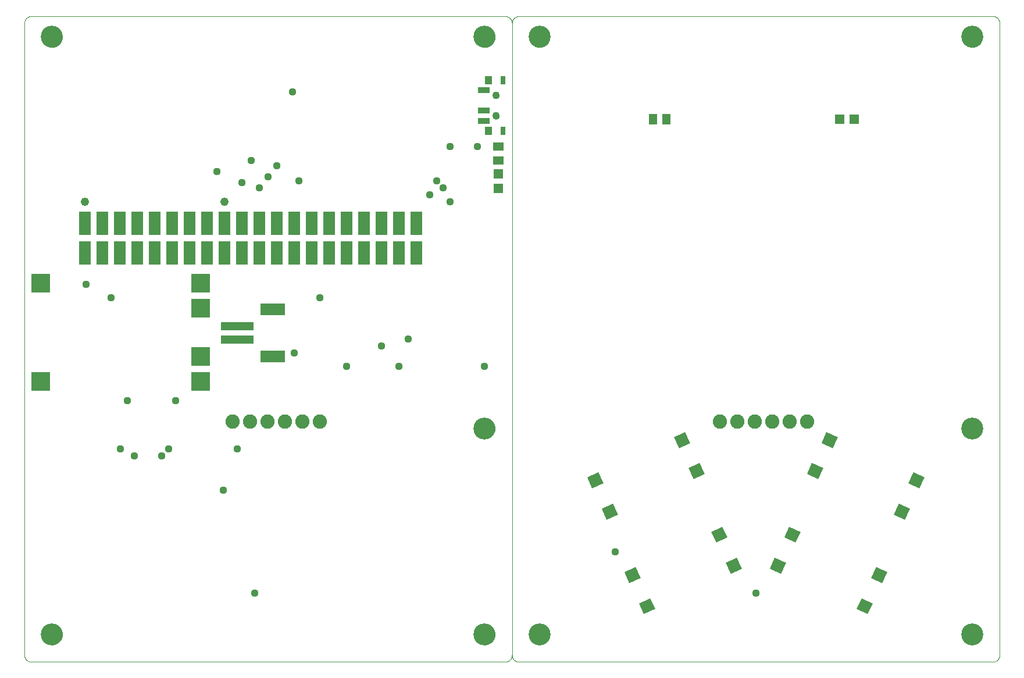
<source format=gbs>
G75*
%MOIN*%
%OFA0B0*%
%FSLAX25Y25*%
%IPPOS*%
%LPD*%
%AMOC8*
5,1,8,0,0,1.08239X$1,22.5*
%
%ADD10C,0.00000*%
%ADD11R,0.06800X0.13800*%
%ADD12R,0.10800X0.10800*%
%ADD13R,0.07099X0.06902*%
%ADD14R,0.06312X0.05131*%
%ADD15R,0.05524X0.05524*%
%ADD16R,0.06706X0.03556*%
%ADD17R,0.03162X0.04737*%
%ADD18R,0.03950X0.04737*%
%ADD19C,0.04343*%
%ADD20C,0.12611*%
%ADD21R,0.18910X0.04737*%
%ADD22R,0.14186X0.07099*%
%ADD23C,0.08200*%
%ADD24R,0.05131X0.06312*%
%ADD25C,0.04369*%
%ADD26C,0.04762*%
D10*
X0003248Y0006189D02*
X0003248Y0368394D01*
X0003250Y0368518D01*
X0003256Y0368641D01*
X0003265Y0368765D01*
X0003279Y0368887D01*
X0003296Y0369010D01*
X0003318Y0369132D01*
X0003343Y0369253D01*
X0003372Y0369373D01*
X0003404Y0369492D01*
X0003441Y0369611D01*
X0003481Y0369728D01*
X0003524Y0369843D01*
X0003572Y0369958D01*
X0003623Y0370070D01*
X0003677Y0370181D01*
X0003735Y0370291D01*
X0003796Y0370398D01*
X0003861Y0370504D01*
X0003929Y0370607D01*
X0004000Y0370708D01*
X0004074Y0370807D01*
X0004151Y0370904D01*
X0004232Y0370998D01*
X0004315Y0371089D01*
X0004401Y0371178D01*
X0004490Y0371264D01*
X0004581Y0371347D01*
X0004675Y0371428D01*
X0004772Y0371505D01*
X0004871Y0371579D01*
X0004972Y0371650D01*
X0005075Y0371718D01*
X0005181Y0371783D01*
X0005288Y0371844D01*
X0005398Y0371902D01*
X0005509Y0371956D01*
X0005621Y0372007D01*
X0005736Y0372055D01*
X0005851Y0372098D01*
X0005968Y0372138D01*
X0006087Y0372175D01*
X0006206Y0372207D01*
X0006326Y0372236D01*
X0006447Y0372261D01*
X0006569Y0372283D01*
X0006692Y0372300D01*
X0006814Y0372314D01*
X0006938Y0372323D01*
X0007061Y0372329D01*
X0007185Y0372331D01*
X0278839Y0372331D01*
X0278963Y0372329D01*
X0279086Y0372323D01*
X0279210Y0372314D01*
X0279332Y0372300D01*
X0279455Y0372283D01*
X0279577Y0372261D01*
X0279698Y0372236D01*
X0279818Y0372207D01*
X0279937Y0372175D01*
X0280056Y0372138D01*
X0280173Y0372098D01*
X0280288Y0372055D01*
X0280403Y0372007D01*
X0280515Y0371956D01*
X0280626Y0371902D01*
X0280736Y0371844D01*
X0280843Y0371783D01*
X0280949Y0371718D01*
X0281052Y0371650D01*
X0281153Y0371579D01*
X0281252Y0371505D01*
X0281349Y0371428D01*
X0281443Y0371347D01*
X0281534Y0371264D01*
X0281623Y0371178D01*
X0281709Y0371089D01*
X0281792Y0370998D01*
X0281873Y0370904D01*
X0281950Y0370807D01*
X0282024Y0370708D01*
X0282095Y0370607D01*
X0282163Y0370504D01*
X0282228Y0370398D01*
X0282289Y0370291D01*
X0282347Y0370181D01*
X0282401Y0370070D01*
X0282452Y0369958D01*
X0282500Y0369843D01*
X0282543Y0369728D01*
X0282583Y0369611D01*
X0282620Y0369492D01*
X0282652Y0369373D01*
X0282681Y0369253D01*
X0282706Y0369132D01*
X0282728Y0369010D01*
X0282745Y0368887D01*
X0282759Y0368765D01*
X0282768Y0368641D01*
X0282774Y0368518D01*
X0282776Y0368394D01*
X0282776Y0006189D01*
X0282778Y0006065D01*
X0282784Y0005942D01*
X0282793Y0005818D01*
X0282807Y0005696D01*
X0282824Y0005573D01*
X0282846Y0005451D01*
X0282871Y0005330D01*
X0282900Y0005210D01*
X0282932Y0005091D01*
X0282969Y0004972D01*
X0283009Y0004855D01*
X0283052Y0004740D01*
X0283100Y0004625D01*
X0283151Y0004513D01*
X0283205Y0004402D01*
X0283263Y0004292D01*
X0283324Y0004185D01*
X0283389Y0004079D01*
X0283457Y0003976D01*
X0283528Y0003875D01*
X0283602Y0003776D01*
X0283679Y0003679D01*
X0283760Y0003585D01*
X0283843Y0003494D01*
X0283929Y0003405D01*
X0284018Y0003319D01*
X0284109Y0003236D01*
X0284203Y0003155D01*
X0284300Y0003078D01*
X0284399Y0003004D01*
X0284500Y0002933D01*
X0284603Y0002865D01*
X0284709Y0002800D01*
X0284816Y0002739D01*
X0284926Y0002681D01*
X0285037Y0002627D01*
X0285149Y0002576D01*
X0285264Y0002528D01*
X0285379Y0002485D01*
X0285496Y0002445D01*
X0285615Y0002408D01*
X0285734Y0002376D01*
X0285854Y0002347D01*
X0285975Y0002322D01*
X0286097Y0002300D01*
X0286220Y0002283D01*
X0286342Y0002269D01*
X0286466Y0002260D01*
X0286589Y0002254D01*
X0286713Y0002252D01*
X0558366Y0002252D01*
X0558490Y0002254D01*
X0558613Y0002260D01*
X0558737Y0002269D01*
X0558859Y0002283D01*
X0558982Y0002300D01*
X0559104Y0002322D01*
X0559225Y0002347D01*
X0559345Y0002376D01*
X0559464Y0002408D01*
X0559583Y0002445D01*
X0559700Y0002485D01*
X0559815Y0002528D01*
X0559930Y0002576D01*
X0560042Y0002627D01*
X0560153Y0002681D01*
X0560263Y0002739D01*
X0560370Y0002800D01*
X0560476Y0002865D01*
X0560579Y0002933D01*
X0560680Y0003004D01*
X0560779Y0003078D01*
X0560876Y0003155D01*
X0560970Y0003236D01*
X0561061Y0003319D01*
X0561150Y0003405D01*
X0561236Y0003494D01*
X0561319Y0003585D01*
X0561400Y0003679D01*
X0561477Y0003776D01*
X0561551Y0003875D01*
X0561622Y0003976D01*
X0561690Y0004079D01*
X0561755Y0004185D01*
X0561816Y0004292D01*
X0561874Y0004402D01*
X0561928Y0004513D01*
X0561979Y0004625D01*
X0562027Y0004740D01*
X0562070Y0004855D01*
X0562110Y0004972D01*
X0562147Y0005091D01*
X0562179Y0005210D01*
X0562208Y0005330D01*
X0562233Y0005451D01*
X0562255Y0005573D01*
X0562272Y0005696D01*
X0562286Y0005818D01*
X0562295Y0005942D01*
X0562301Y0006065D01*
X0562303Y0006189D01*
X0562303Y0368394D01*
X0562301Y0368518D01*
X0562295Y0368641D01*
X0562286Y0368765D01*
X0562272Y0368887D01*
X0562255Y0369010D01*
X0562233Y0369132D01*
X0562208Y0369253D01*
X0562179Y0369373D01*
X0562147Y0369492D01*
X0562110Y0369611D01*
X0562070Y0369728D01*
X0562027Y0369843D01*
X0561979Y0369958D01*
X0561928Y0370070D01*
X0561874Y0370181D01*
X0561816Y0370291D01*
X0561755Y0370398D01*
X0561690Y0370504D01*
X0561622Y0370607D01*
X0561551Y0370708D01*
X0561477Y0370807D01*
X0561400Y0370904D01*
X0561319Y0370998D01*
X0561236Y0371089D01*
X0561150Y0371178D01*
X0561061Y0371264D01*
X0560970Y0371347D01*
X0560876Y0371428D01*
X0560779Y0371505D01*
X0560680Y0371579D01*
X0560579Y0371650D01*
X0560476Y0371718D01*
X0560370Y0371783D01*
X0560263Y0371844D01*
X0560153Y0371902D01*
X0560042Y0371956D01*
X0559930Y0372007D01*
X0559815Y0372055D01*
X0559700Y0372098D01*
X0559583Y0372138D01*
X0559464Y0372175D01*
X0559345Y0372207D01*
X0559225Y0372236D01*
X0559104Y0372261D01*
X0558982Y0372283D01*
X0558859Y0372300D01*
X0558737Y0372314D01*
X0558613Y0372323D01*
X0558490Y0372329D01*
X0558366Y0372331D01*
X0286713Y0372331D01*
X0286589Y0372329D01*
X0286466Y0372323D01*
X0286342Y0372314D01*
X0286220Y0372300D01*
X0286097Y0372283D01*
X0285975Y0372261D01*
X0285854Y0372236D01*
X0285734Y0372207D01*
X0285615Y0372175D01*
X0285496Y0372138D01*
X0285379Y0372098D01*
X0285264Y0372055D01*
X0285149Y0372007D01*
X0285037Y0371956D01*
X0284926Y0371902D01*
X0284816Y0371844D01*
X0284709Y0371783D01*
X0284603Y0371718D01*
X0284500Y0371650D01*
X0284399Y0371579D01*
X0284300Y0371505D01*
X0284203Y0371428D01*
X0284109Y0371347D01*
X0284018Y0371264D01*
X0283929Y0371178D01*
X0283843Y0371089D01*
X0283760Y0370998D01*
X0283679Y0370904D01*
X0283602Y0370807D01*
X0283528Y0370708D01*
X0283457Y0370607D01*
X0283389Y0370504D01*
X0283324Y0370398D01*
X0283263Y0370291D01*
X0283205Y0370181D01*
X0283151Y0370070D01*
X0283100Y0369958D01*
X0283052Y0369843D01*
X0283009Y0369728D01*
X0282969Y0369611D01*
X0282932Y0369492D01*
X0282900Y0369373D01*
X0282871Y0369253D01*
X0282846Y0369132D01*
X0282824Y0369010D01*
X0282807Y0368887D01*
X0282793Y0368765D01*
X0282784Y0368641D01*
X0282778Y0368518D01*
X0282776Y0368394D01*
X0292618Y0360520D02*
X0292620Y0360673D01*
X0292626Y0360827D01*
X0292636Y0360980D01*
X0292650Y0361132D01*
X0292668Y0361285D01*
X0292690Y0361436D01*
X0292715Y0361587D01*
X0292745Y0361738D01*
X0292779Y0361888D01*
X0292816Y0362036D01*
X0292857Y0362184D01*
X0292902Y0362330D01*
X0292951Y0362476D01*
X0293004Y0362620D01*
X0293060Y0362762D01*
X0293120Y0362903D01*
X0293184Y0363043D01*
X0293251Y0363181D01*
X0293322Y0363317D01*
X0293397Y0363451D01*
X0293474Y0363583D01*
X0293556Y0363713D01*
X0293640Y0363841D01*
X0293728Y0363967D01*
X0293819Y0364090D01*
X0293913Y0364211D01*
X0294011Y0364329D01*
X0294111Y0364445D01*
X0294215Y0364558D01*
X0294321Y0364669D01*
X0294430Y0364777D01*
X0294542Y0364882D01*
X0294656Y0364983D01*
X0294774Y0365082D01*
X0294893Y0365178D01*
X0295015Y0365271D01*
X0295140Y0365360D01*
X0295267Y0365447D01*
X0295396Y0365529D01*
X0295527Y0365609D01*
X0295660Y0365685D01*
X0295795Y0365758D01*
X0295932Y0365827D01*
X0296071Y0365892D01*
X0296211Y0365954D01*
X0296353Y0366012D01*
X0296496Y0366067D01*
X0296641Y0366118D01*
X0296787Y0366165D01*
X0296934Y0366208D01*
X0297082Y0366247D01*
X0297231Y0366283D01*
X0297381Y0366314D01*
X0297532Y0366342D01*
X0297683Y0366366D01*
X0297836Y0366386D01*
X0297988Y0366402D01*
X0298141Y0366414D01*
X0298294Y0366422D01*
X0298447Y0366426D01*
X0298601Y0366426D01*
X0298754Y0366422D01*
X0298907Y0366414D01*
X0299060Y0366402D01*
X0299212Y0366386D01*
X0299365Y0366366D01*
X0299516Y0366342D01*
X0299667Y0366314D01*
X0299817Y0366283D01*
X0299966Y0366247D01*
X0300114Y0366208D01*
X0300261Y0366165D01*
X0300407Y0366118D01*
X0300552Y0366067D01*
X0300695Y0366012D01*
X0300837Y0365954D01*
X0300977Y0365892D01*
X0301116Y0365827D01*
X0301253Y0365758D01*
X0301388Y0365685D01*
X0301521Y0365609D01*
X0301652Y0365529D01*
X0301781Y0365447D01*
X0301908Y0365360D01*
X0302033Y0365271D01*
X0302155Y0365178D01*
X0302274Y0365082D01*
X0302392Y0364983D01*
X0302506Y0364882D01*
X0302618Y0364777D01*
X0302727Y0364669D01*
X0302833Y0364558D01*
X0302937Y0364445D01*
X0303037Y0364329D01*
X0303135Y0364211D01*
X0303229Y0364090D01*
X0303320Y0363967D01*
X0303408Y0363841D01*
X0303492Y0363713D01*
X0303574Y0363583D01*
X0303651Y0363451D01*
X0303726Y0363317D01*
X0303797Y0363181D01*
X0303864Y0363043D01*
X0303928Y0362903D01*
X0303988Y0362762D01*
X0304044Y0362620D01*
X0304097Y0362476D01*
X0304146Y0362330D01*
X0304191Y0362184D01*
X0304232Y0362036D01*
X0304269Y0361888D01*
X0304303Y0361738D01*
X0304333Y0361587D01*
X0304358Y0361436D01*
X0304380Y0361285D01*
X0304398Y0361132D01*
X0304412Y0360980D01*
X0304422Y0360827D01*
X0304428Y0360673D01*
X0304430Y0360520D01*
X0304428Y0360367D01*
X0304422Y0360213D01*
X0304412Y0360060D01*
X0304398Y0359908D01*
X0304380Y0359755D01*
X0304358Y0359604D01*
X0304333Y0359453D01*
X0304303Y0359302D01*
X0304269Y0359152D01*
X0304232Y0359004D01*
X0304191Y0358856D01*
X0304146Y0358710D01*
X0304097Y0358564D01*
X0304044Y0358420D01*
X0303988Y0358278D01*
X0303928Y0358137D01*
X0303864Y0357997D01*
X0303797Y0357859D01*
X0303726Y0357723D01*
X0303651Y0357589D01*
X0303574Y0357457D01*
X0303492Y0357327D01*
X0303408Y0357199D01*
X0303320Y0357073D01*
X0303229Y0356950D01*
X0303135Y0356829D01*
X0303037Y0356711D01*
X0302937Y0356595D01*
X0302833Y0356482D01*
X0302727Y0356371D01*
X0302618Y0356263D01*
X0302506Y0356158D01*
X0302392Y0356057D01*
X0302274Y0355958D01*
X0302155Y0355862D01*
X0302033Y0355769D01*
X0301908Y0355680D01*
X0301781Y0355593D01*
X0301652Y0355511D01*
X0301521Y0355431D01*
X0301388Y0355355D01*
X0301253Y0355282D01*
X0301116Y0355213D01*
X0300977Y0355148D01*
X0300837Y0355086D01*
X0300695Y0355028D01*
X0300552Y0354973D01*
X0300407Y0354922D01*
X0300261Y0354875D01*
X0300114Y0354832D01*
X0299966Y0354793D01*
X0299817Y0354757D01*
X0299667Y0354726D01*
X0299516Y0354698D01*
X0299365Y0354674D01*
X0299212Y0354654D01*
X0299060Y0354638D01*
X0298907Y0354626D01*
X0298754Y0354618D01*
X0298601Y0354614D01*
X0298447Y0354614D01*
X0298294Y0354618D01*
X0298141Y0354626D01*
X0297988Y0354638D01*
X0297836Y0354654D01*
X0297683Y0354674D01*
X0297532Y0354698D01*
X0297381Y0354726D01*
X0297231Y0354757D01*
X0297082Y0354793D01*
X0296934Y0354832D01*
X0296787Y0354875D01*
X0296641Y0354922D01*
X0296496Y0354973D01*
X0296353Y0355028D01*
X0296211Y0355086D01*
X0296071Y0355148D01*
X0295932Y0355213D01*
X0295795Y0355282D01*
X0295660Y0355355D01*
X0295527Y0355431D01*
X0295396Y0355511D01*
X0295267Y0355593D01*
X0295140Y0355680D01*
X0295015Y0355769D01*
X0294893Y0355862D01*
X0294774Y0355958D01*
X0294656Y0356057D01*
X0294542Y0356158D01*
X0294430Y0356263D01*
X0294321Y0356371D01*
X0294215Y0356482D01*
X0294111Y0356595D01*
X0294011Y0356711D01*
X0293913Y0356829D01*
X0293819Y0356950D01*
X0293728Y0357073D01*
X0293640Y0357199D01*
X0293556Y0357327D01*
X0293474Y0357457D01*
X0293397Y0357589D01*
X0293322Y0357723D01*
X0293251Y0357859D01*
X0293184Y0357997D01*
X0293120Y0358137D01*
X0293060Y0358278D01*
X0293004Y0358420D01*
X0292951Y0358564D01*
X0292902Y0358710D01*
X0292857Y0358856D01*
X0292816Y0359004D01*
X0292779Y0359152D01*
X0292745Y0359302D01*
X0292715Y0359453D01*
X0292690Y0359604D01*
X0292668Y0359755D01*
X0292650Y0359908D01*
X0292636Y0360060D01*
X0292626Y0360213D01*
X0292620Y0360367D01*
X0292618Y0360520D01*
X0261122Y0360520D02*
X0261124Y0360673D01*
X0261130Y0360827D01*
X0261140Y0360980D01*
X0261154Y0361132D01*
X0261172Y0361285D01*
X0261194Y0361436D01*
X0261219Y0361587D01*
X0261249Y0361738D01*
X0261283Y0361888D01*
X0261320Y0362036D01*
X0261361Y0362184D01*
X0261406Y0362330D01*
X0261455Y0362476D01*
X0261508Y0362620D01*
X0261564Y0362762D01*
X0261624Y0362903D01*
X0261688Y0363043D01*
X0261755Y0363181D01*
X0261826Y0363317D01*
X0261901Y0363451D01*
X0261978Y0363583D01*
X0262060Y0363713D01*
X0262144Y0363841D01*
X0262232Y0363967D01*
X0262323Y0364090D01*
X0262417Y0364211D01*
X0262515Y0364329D01*
X0262615Y0364445D01*
X0262719Y0364558D01*
X0262825Y0364669D01*
X0262934Y0364777D01*
X0263046Y0364882D01*
X0263160Y0364983D01*
X0263278Y0365082D01*
X0263397Y0365178D01*
X0263519Y0365271D01*
X0263644Y0365360D01*
X0263771Y0365447D01*
X0263900Y0365529D01*
X0264031Y0365609D01*
X0264164Y0365685D01*
X0264299Y0365758D01*
X0264436Y0365827D01*
X0264575Y0365892D01*
X0264715Y0365954D01*
X0264857Y0366012D01*
X0265000Y0366067D01*
X0265145Y0366118D01*
X0265291Y0366165D01*
X0265438Y0366208D01*
X0265586Y0366247D01*
X0265735Y0366283D01*
X0265885Y0366314D01*
X0266036Y0366342D01*
X0266187Y0366366D01*
X0266340Y0366386D01*
X0266492Y0366402D01*
X0266645Y0366414D01*
X0266798Y0366422D01*
X0266951Y0366426D01*
X0267105Y0366426D01*
X0267258Y0366422D01*
X0267411Y0366414D01*
X0267564Y0366402D01*
X0267716Y0366386D01*
X0267869Y0366366D01*
X0268020Y0366342D01*
X0268171Y0366314D01*
X0268321Y0366283D01*
X0268470Y0366247D01*
X0268618Y0366208D01*
X0268765Y0366165D01*
X0268911Y0366118D01*
X0269056Y0366067D01*
X0269199Y0366012D01*
X0269341Y0365954D01*
X0269481Y0365892D01*
X0269620Y0365827D01*
X0269757Y0365758D01*
X0269892Y0365685D01*
X0270025Y0365609D01*
X0270156Y0365529D01*
X0270285Y0365447D01*
X0270412Y0365360D01*
X0270537Y0365271D01*
X0270659Y0365178D01*
X0270778Y0365082D01*
X0270896Y0364983D01*
X0271010Y0364882D01*
X0271122Y0364777D01*
X0271231Y0364669D01*
X0271337Y0364558D01*
X0271441Y0364445D01*
X0271541Y0364329D01*
X0271639Y0364211D01*
X0271733Y0364090D01*
X0271824Y0363967D01*
X0271912Y0363841D01*
X0271996Y0363713D01*
X0272078Y0363583D01*
X0272155Y0363451D01*
X0272230Y0363317D01*
X0272301Y0363181D01*
X0272368Y0363043D01*
X0272432Y0362903D01*
X0272492Y0362762D01*
X0272548Y0362620D01*
X0272601Y0362476D01*
X0272650Y0362330D01*
X0272695Y0362184D01*
X0272736Y0362036D01*
X0272773Y0361888D01*
X0272807Y0361738D01*
X0272837Y0361587D01*
X0272862Y0361436D01*
X0272884Y0361285D01*
X0272902Y0361132D01*
X0272916Y0360980D01*
X0272926Y0360827D01*
X0272932Y0360673D01*
X0272934Y0360520D01*
X0272932Y0360367D01*
X0272926Y0360213D01*
X0272916Y0360060D01*
X0272902Y0359908D01*
X0272884Y0359755D01*
X0272862Y0359604D01*
X0272837Y0359453D01*
X0272807Y0359302D01*
X0272773Y0359152D01*
X0272736Y0359004D01*
X0272695Y0358856D01*
X0272650Y0358710D01*
X0272601Y0358564D01*
X0272548Y0358420D01*
X0272492Y0358278D01*
X0272432Y0358137D01*
X0272368Y0357997D01*
X0272301Y0357859D01*
X0272230Y0357723D01*
X0272155Y0357589D01*
X0272078Y0357457D01*
X0271996Y0357327D01*
X0271912Y0357199D01*
X0271824Y0357073D01*
X0271733Y0356950D01*
X0271639Y0356829D01*
X0271541Y0356711D01*
X0271441Y0356595D01*
X0271337Y0356482D01*
X0271231Y0356371D01*
X0271122Y0356263D01*
X0271010Y0356158D01*
X0270896Y0356057D01*
X0270778Y0355958D01*
X0270659Y0355862D01*
X0270537Y0355769D01*
X0270412Y0355680D01*
X0270285Y0355593D01*
X0270156Y0355511D01*
X0270025Y0355431D01*
X0269892Y0355355D01*
X0269757Y0355282D01*
X0269620Y0355213D01*
X0269481Y0355148D01*
X0269341Y0355086D01*
X0269199Y0355028D01*
X0269056Y0354973D01*
X0268911Y0354922D01*
X0268765Y0354875D01*
X0268618Y0354832D01*
X0268470Y0354793D01*
X0268321Y0354757D01*
X0268171Y0354726D01*
X0268020Y0354698D01*
X0267869Y0354674D01*
X0267716Y0354654D01*
X0267564Y0354638D01*
X0267411Y0354626D01*
X0267258Y0354618D01*
X0267105Y0354614D01*
X0266951Y0354614D01*
X0266798Y0354618D01*
X0266645Y0354626D01*
X0266492Y0354638D01*
X0266340Y0354654D01*
X0266187Y0354674D01*
X0266036Y0354698D01*
X0265885Y0354726D01*
X0265735Y0354757D01*
X0265586Y0354793D01*
X0265438Y0354832D01*
X0265291Y0354875D01*
X0265145Y0354922D01*
X0265000Y0354973D01*
X0264857Y0355028D01*
X0264715Y0355086D01*
X0264575Y0355148D01*
X0264436Y0355213D01*
X0264299Y0355282D01*
X0264164Y0355355D01*
X0264031Y0355431D01*
X0263900Y0355511D01*
X0263771Y0355593D01*
X0263644Y0355680D01*
X0263519Y0355769D01*
X0263397Y0355862D01*
X0263278Y0355958D01*
X0263160Y0356057D01*
X0263046Y0356158D01*
X0262934Y0356263D01*
X0262825Y0356371D01*
X0262719Y0356482D01*
X0262615Y0356595D01*
X0262515Y0356711D01*
X0262417Y0356829D01*
X0262323Y0356950D01*
X0262232Y0357073D01*
X0262144Y0357199D01*
X0262060Y0357327D01*
X0261978Y0357457D01*
X0261901Y0357589D01*
X0261826Y0357723D01*
X0261755Y0357859D01*
X0261688Y0357997D01*
X0261624Y0358137D01*
X0261564Y0358278D01*
X0261508Y0358420D01*
X0261455Y0358564D01*
X0261406Y0358710D01*
X0261361Y0358856D01*
X0261320Y0359004D01*
X0261283Y0359152D01*
X0261249Y0359302D01*
X0261219Y0359453D01*
X0261194Y0359604D01*
X0261172Y0359755D01*
X0261154Y0359908D01*
X0261140Y0360060D01*
X0261130Y0360213D01*
X0261124Y0360367D01*
X0261122Y0360520D01*
X0271752Y0327055D02*
X0271754Y0327139D01*
X0271760Y0327222D01*
X0271770Y0327305D01*
X0271784Y0327388D01*
X0271801Y0327470D01*
X0271823Y0327551D01*
X0271848Y0327630D01*
X0271877Y0327709D01*
X0271910Y0327786D01*
X0271946Y0327861D01*
X0271986Y0327935D01*
X0272029Y0328007D01*
X0272076Y0328076D01*
X0272126Y0328143D01*
X0272179Y0328208D01*
X0272235Y0328270D01*
X0272293Y0328330D01*
X0272355Y0328387D01*
X0272419Y0328440D01*
X0272486Y0328491D01*
X0272555Y0328538D01*
X0272626Y0328583D01*
X0272699Y0328623D01*
X0272774Y0328660D01*
X0272851Y0328694D01*
X0272929Y0328724D01*
X0273008Y0328750D01*
X0273089Y0328773D01*
X0273171Y0328791D01*
X0273253Y0328806D01*
X0273336Y0328817D01*
X0273419Y0328824D01*
X0273503Y0328827D01*
X0273587Y0328826D01*
X0273670Y0328821D01*
X0273754Y0328812D01*
X0273836Y0328799D01*
X0273918Y0328783D01*
X0273999Y0328762D01*
X0274080Y0328738D01*
X0274158Y0328710D01*
X0274236Y0328678D01*
X0274312Y0328642D01*
X0274386Y0328603D01*
X0274458Y0328561D01*
X0274528Y0328515D01*
X0274596Y0328466D01*
X0274661Y0328414D01*
X0274724Y0328359D01*
X0274784Y0328301D01*
X0274842Y0328240D01*
X0274896Y0328176D01*
X0274948Y0328110D01*
X0274996Y0328042D01*
X0275041Y0327971D01*
X0275082Y0327898D01*
X0275121Y0327824D01*
X0275155Y0327748D01*
X0275186Y0327670D01*
X0275213Y0327591D01*
X0275237Y0327510D01*
X0275256Y0327429D01*
X0275272Y0327347D01*
X0275284Y0327264D01*
X0275292Y0327180D01*
X0275296Y0327097D01*
X0275296Y0327013D01*
X0275292Y0326930D01*
X0275284Y0326846D01*
X0275272Y0326763D01*
X0275256Y0326681D01*
X0275237Y0326600D01*
X0275213Y0326519D01*
X0275186Y0326440D01*
X0275155Y0326362D01*
X0275121Y0326286D01*
X0275082Y0326212D01*
X0275041Y0326139D01*
X0274996Y0326068D01*
X0274948Y0326000D01*
X0274896Y0325934D01*
X0274842Y0325870D01*
X0274784Y0325809D01*
X0274724Y0325751D01*
X0274661Y0325696D01*
X0274596Y0325644D01*
X0274528Y0325595D01*
X0274458Y0325549D01*
X0274386Y0325507D01*
X0274312Y0325468D01*
X0274236Y0325432D01*
X0274158Y0325400D01*
X0274080Y0325372D01*
X0273999Y0325348D01*
X0273918Y0325327D01*
X0273836Y0325311D01*
X0273754Y0325298D01*
X0273670Y0325289D01*
X0273587Y0325284D01*
X0273503Y0325283D01*
X0273419Y0325286D01*
X0273336Y0325293D01*
X0273253Y0325304D01*
X0273171Y0325319D01*
X0273089Y0325337D01*
X0273008Y0325360D01*
X0272929Y0325386D01*
X0272851Y0325416D01*
X0272774Y0325450D01*
X0272699Y0325487D01*
X0272626Y0325527D01*
X0272555Y0325572D01*
X0272486Y0325619D01*
X0272419Y0325670D01*
X0272355Y0325723D01*
X0272293Y0325780D01*
X0272235Y0325840D01*
X0272179Y0325902D01*
X0272126Y0325967D01*
X0272076Y0326034D01*
X0272029Y0326103D01*
X0271986Y0326175D01*
X0271946Y0326249D01*
X0271910Y0326324D01*
X0271877Y0326401D01*
X0271848Y0326480D01*
X0271823Y0326559D01*
X0271801Y0326640D01*
X0271784Y0326722D01*
X0271770Y0326805D01*
X0271760Y0326888D01*
X0271754Y0326971D01*
X0271752Y0327055D01*
X0271752Y0315244D02*
X0271754Y0315328D01*
X0271760Y0315411D01*
X0271770Y0315494D01*
X0271784Y0315577D01*
X0271801Y0315659D01*
X0271823Y0315740D01*
X0271848Y0315819D01*
X0271877Y0315898D01*
X0271910Y0315975D01*
X0271946Y0316050D01*
X0271986Y0316124D01*
X0272029Y0316196D01*
X0272076Y0316265D01*
X0272126Y0316332D01*
X0272179Y0316397D01*
X0272235Y0316459D01*
X0272293Y0316519D01*
X0272355Y0316576D01*
X0272419Y0316629D01*
X0272486Y0316680D01*
X0272555Y0316727D01*
X0272626Y0316772D01*
X0272699Y0316812D01*
X0272774Y0316849D01*
X0272851Y0316883D01*
X0272929Y0316913D01*
X0273008Y0316939D01*
X0273089Y0316962D01*
X0273171Y0316980D01*
X0273253Y0316995D01*
X0273336Y0317006D01*
X0273419Y0317013D01*
X0273503Y0317016D01*
X0273587Y0317015D01*
X0273670Y0317010D01*
X0273754Y0317001D01*
X0273836Y0316988D01*
X0273918Y0316972D01*
X0273999Y0316951D01*
X0274080Y0316927D01*
X0274158Y0316899D01*
X0274236Y0316867D01*
X0274312Y0316831D01*
X0274386Y0316792D01*
X0274458Y0316750D01*
X0274528Y0316704D01*
X0274596Y0316655D01*
X0274661Y0316603D01*
X0274724Y0316548D01*
X0274784Y0316490D01*
X0274842Y0316429D01*
X0274896Y0316365D01*
X0274948Y0316299D01*
X0274996Y0316231D01*
X0275041Y0316160D01*
X0275082Y0316087D01*
X0275121Y0316013D01*
X0275155Y0315937D01*
X0275186Y0315859D01*
X0275213Y0315780D01*
X0275237Y0315699D01*
X0275256Y0315618D01*
X0275272Y0315536D01*
X0275284Y0315453D01*
X0275292Y0315369D01*
X0275296Y0315286D01*
X0275296Y0315202D01*
X0275292Y0315119D01*
X0275284Y0315035D01*
X0275272Y0314952D01*
X0275256Y0314870D01*
X0275237Y0314789D01*
X0275213Y0314708D01*
X0275186Y0314629D01*
X0275155Y0314551D01*
X0275121Y0314475D01*
X0275082Y0314401D01*
X0275041Y0314328D01*
X0274996Y0314257D01*
X0274948Y0314189D01*
X0274896Y0314123D01*
X0274842Y0314059D01*
X0274784Y0313998D01*
X0274724Y0313940D01*
X0274661Y0313885D01*
X0274596Y0313833D01*
X0274528Y0313784D01*
X0274458Y0313738D01*
X0274386Y0313696D01*
X0274312Y0313657D01*
X0274236Y0313621D01*
X0274158Y0313589D01*
X0274080Y0313561D01*
X0273999Y0313537D01*
X0273918Y0313516D01*
X0273836Y0313500D01*
X0273754Y0313487D01*
X0273670Y0313478D01*
X0273587Y0313473D01*
X0273503Y0313472D01*
X0273419Y0313475D01*
X0273336Y0313482D01*
X0273253Y0313493D01*
X0273171Y0313508D01*
X0273089Y0313526D01*
X0273008Y0313549D01*
X0272929Y0313575D01*
X0272851Y0313605D01*
X0272774Y0313639D01*
X0272699Y0313676D01*
X0272626Y0313716D01*
X0272555Y0313761D01*
X0272486Y0313808D01*
X0272419Y0313859D01*
X0272355Y0313912D01*
X0272293Y0313969D01*
X0272235Y0314029D01*
X0272179Y0314091D01*
X0272126Y0314156D01*
X0272076Y0314223D01*
X0272029Y0314292D01*
X0271986Y0314364D01*
X0271946Y0314438D01*
X0271910Y0314513D01*
X0271877Y0314590D01*
X0271848Y0314669D01*
X0271823Y0314748D01*
X0271801Y0314829D01*
X0271784Y0314911D01*
X0271770Y0314994D01*
X0271760Y0315077D01*
X0271754Y0315160D01*
X0271752Y0315244D01*
X0013090Y0360520D02*
X0013092Y0360673D01*
X0013098Y0360827D01*
X0013108Y0360980D01*
X0013122Y0361132D01*
X0013140Y0361285D01*
X0013162Y0361436D01*
X0013187Y0361587D01*
X0013217Y0361738D01*
X0013251Y0361888D01*
X0013288Y0362036D01*
X0013329Y0362184D01*
X0013374Y0362330D01*
X0013423Y0362476D01*
X0013476Y0362620D01*
X0013532Y0362762D01*
X0013592Y0362903D01*
X0013656Y0363043D01*
X0013723Y0363181D01*
X0013794Y0363317D01*
X0013869Y0363451D01*
X0013946Y0363583D01*
X0014028Y0363713D01*
X0014112Y0363841D01*
X0014200Y0363967D01*
X0014291Y0364090D01*
X0014385Y0364211D01*
X0014483Y0364329D01*
X0014583Y0364445D01*
X0014687Y0364558D01*
X0014793Y0364669D01*
X0014902Y0364777D01*
X0015014Y0364882D01*
X0015128Y0364983D01*
X0015246Y0365082D01*
X0015365Y0365178D01*
X0015487Y0365271D01*
X0015612Y0365360D01*
X0015739Y0365447D01*
X0015868Y0365529D01*
X0015999Y0365609D01*
X0016132Y0365685D01*
X0016267Y0365758D01*
X0016404Y0365827D01*
X0016543Y0365892D01*
X0016683Y0365954D01*
X0016825Y0366012D01*
X0016968Y0366067D01*
X0017113Y0366118D01*
X0017259Y0366165D01*
X0017406Y0366208D01*
X0017554Y0366247D01*
X0017703Y0366283D01*
X0017853Y0366314D01*
X0018004Y0366342D01*
X0018155Y0366366D01*
X0018308Y0366386D01*
X0018460Y0366402D01*
X0018613Y0366414D01*
X0018766Y0366422D01*
X0018919Y0366426D01*
X0019073Y0366426D01*
X0019226Y0366422D01*
X0019379Y0366414D01*
X0019532Y0366402D01*
X0019684Y0366386D01*
X0019837Y0366366D01*
X0019988Y0366342D01*
X0020139Y0366314D01*
X0020289Y0366283D01*
X0020438Y0366247D01*
X0020586Y0366208D01*
X0020733Y0366165D01*
X0020879Y0366118D01*
X0021024Y0366067D01*
X0021167Y0366012D01*
X0021309Y0365954D01*
X0021449Y0365892D01*
X0021588Y0365827D01*
X0021725Y0365758D01*
X0021860Y0365685D01*
X0021993Y0365609D01*
X0022124Y0365529D01*
X0022253Y0365447D01*
X0022380Y0365360D01*
X0022505Y0365271D01*
X0022627Y0365178D01*
X0022746Y0365082D01*
X0022864Y0364983D01*
X0022978Y0364882D01*
X0023090Y0364777D01*
X0023199Y0364669D01*
X0023305Y0364558D01*
X0023409Y0364445D01*
X0023509Y0364329D01*
X0023607Y0364211D01*
X0023701Y0364090D01*
X0023792Y0363967D01*
X0023880Y0363841D01*
X0023964Y0363713D01*
X0024046Y0363583D01*
X0024123Y0363451D01*
X0024198Y0363317D01*
X0024269Y0363181D01*
X0024336Y0363043D01*
X0024400Y0362903D01*
X0024460Y0362762D01*
X0024516Y0362620D01*
X0024569Y0362476D01*
X0024618Y0362330D01*
X0024663Y0362184D01*
X0024704Y0362036D01*
X0024741Y0361888D01*
X0024775Y0361738D01*
X0024805Y0361587D01*
X0024830Y0361436D01*
X0024852Y0361285D01*
X0024870Y0361132D01*
X0024884Y0360980D01*
X0024894Y0360827D01*
X0024900Y0360673D01*
X0024902Y0360520D01*
X0024900Y0360367D01*
X0024894Y0360213D01*
X0024884Y0360060D01*
X0024870Y0359908D01*
X0024852Y0359755D01*
X0024830Y0359604D01*
X0024805Y0359453D01*
X0024775Y0359302D01*
X0024741Y0359152D01*
X0024704Y0359004D01*
X0024663Y0358856D01*
X0024618Y0358710D01*
X0024569Y0358564D01*
X0024516Y0358420D01*
X0024460Y0358278D01*
X0024400Y0358137D01*
X0024336Y0357997D01*
X0024269Y0357859D01*
X0024198Y0357723D01*
X0024123Y0357589D01*
X0024046Y0357457D01*
X0023964Y0357327D01*
X0023880Y0357199D01*
X0023792Y0357073D01*
X0023701Y0356950D01*
X0023607Y0356829D01*
X0023509Y0356711D01*
X0023409Y0356595D01*
X0023305Y0356482D01*
X0023199Y0356371D01*
X0023090Y0356263D01*
X0022978Y0356158D01*
X0022864Y0356057D01*
X0022746Y0355958D01*
X0022627Y0355862D01*
X0022505Y0355769D01*
X0022380Y0355680D01*
X0022253Y0355593D01*
X0022124Y0355511D01*
X0021993Y0355431D01*
X0021860Y0355355D01*
X0021725Y0355282D01*
X0021588Y0355213D01*
X0021449Y0355148D01*
X0021309Y0355086D01*
X0021167Y0355028D01*
X0021024Y0354973D01*
X0020879Y0354922D01*
X0020733Y0354875D01*
X0020586Y0354832D01*
X0020438Y0354793D01*
X0020289Y0354757D01*
X0020139Y0354726D01*
X0019988Y0354698D01*
X0019837Y0354674D01*
X0019684Y0354654D01*
X0019532Y0354638D01*
X0019379Y0354626D01*
X0019226Y0354618D01*
X0019073Y0354614D01*
X0018919Y0354614D01*
X0018766Y0354618D01*
X0018613Y0354626D01*
X0018460Y0354638D01*
X0018308Y0354654D01*
X0018155Y0354674D01*
X0018004Y0354698D01*
X0017853Y0354726D01*
X0017703Y0354757D01*
X0017554Y0354793D01*
X0017406Y0354832D01*
X0017259Y0354875D01*
X0017113Y0354922D01*
X0016968Y0354973D01*
X0016825Y0355028D01*
X0016683Y0355086D01*
X0016543Y0355148D01*
X0016404Y0355213D01*
X0016267Y0355282D01*
X0016132Y0355355D01*
X0015999Y0355431D01*
X0015868Y0355511D01*
X0015739Y0355593D01*
X0015612Y0355680D01*
X0015487Y0355769D01*
X0015365Y0355862D01*
X0015246Y0355958D01*
X0015128Y0356057D01*
X0015014Y0356158D01*
X0014902Y0356263D01*
X0014793Y0356371D01*
X0014687Y0356482D01*
X0014583Y0356595D01*
X0014483Y0356711D01*
X0014385Y0356829D01*
X0014291Y0356950D01*
X0014200Y0357073D01*
X0014112Y0357199D01*
X0014028Y0357327D01*
X0013946Y0357457D01*
X0013869Y0357589D01*
X0013794Y0357723D01*
X0013723Y0357859D01*
X0013656Y0357997D01*
X0013592Y0358137D01*
X0013532Y0358278D01*
X0013476Y0358420D01*
X0013423Y0358564D01*
X0013374Y0358710D01*
X0013329Y0358856D01*
X0013288Y0359004D01*
X0013251Y0359152D01*
X0013217Y0359302D01*
X0013187Y0359453D01*
X0013162Y0359604D01*
X0013140Y0359755D01*
X0013122Y0359908D01*
X0013108Y0360060D01*
X0013098Y0360213D01*
X0013092Y0360367D01*
X0013090Y0360520D01*
X0261122Y0136110D02*
X0261124Y0136263D01*
X0261130Y0136417D01*
X0261140Y0136570D01*
X0261154Y0136722D01*
X0261172Y0136875D01*
X0261194Y0137026D01*
X0261219Y0137177D01*
X0261249Y0137328D01*
X0261283Y0137478D01*
X0261320Y0137626D01*
X0261361Y0137774D01*
X0261406Y0137920D01*
X0261455Y0138066D01*
X0261508Y0138210D01*
X0261564Y0138352D01*
X0261624Y0138493D01*
X0261688Y0138633D01*
X0261755Y0138771D01*
X0261826Y0138907D01*
X0261901Y0139041D01*
X0261978Y0139173D01*
X0262060Y0139303D01*
X0262144Y0139431D01*
X0262232Y0139557D01*
X0262323Y0139680D01*
X0262417Y0139801D01*
X0262515Y0139919D01*
X0262615Y0140035D01*
X0262719Y0140148D01*
X0262825Y0140259D01*
X0262934Y0140367D01*
X0263046Y0140472D01*
X0263160Y0140573D01*
X0263278Y0140672D01*
X0263397Y0140768D01*
X0263519Y0140861D01*
X0263644Y0140950D01*
X0263771Y0141037D01*
X0263900Y0141119D01*
X0264031Y0141199D01*
X0264164Y0141275D01*
X0264299Y0141348D01*
X0264436Y0141417D01*
X0264575Y0141482D01*
X0264715Y0141544D01*
X0264857Y0141602D01*
X0265000Y0141657D01*
X0265145Y0141708D01*
X0265291Y0141755D01*
X0265438Y0141798D01*
X0265586Y0141837D01*
X0265735Y0141873D01*
X0265885Y0141904D01*
X0266036Y0141932D01*
X0266187Y0141956D01*
X0266340Y0141976D01*
X0266492Y0141992D01*
X0266645Y0142004D01*
X0266798Y0142012D01*
X0266951Y0142016D01*
X0267105Y0142016D01*
X0267258Y0142012D01*
X0267411Y0142004D01*
X0267564Y0141992D01*
X0267716Y0141976D01*
X0267869Y0141956D01*
X0268020Y0141932D01*
X0268171Y0141904D01*
X0268321Y0141873D01*
X0268470Y0141837D01*
X0268618Y0141798D01*
X0268765Y0141755D01*
X0268911Y0141708D01*
X0269056Y0141657D01*
X0269199Y0141602D01*
X0269341Y0141544D01*
X0269481Y0141482D01*
X0269620Y0141417D01*
X0269757Y0141348D01*
X0269892Y0141275D01*
X0270025Y0141199D01*
X0270156Y0141119D01*
X0270285Y0141037D01*
X0270412Y0140950D01*
X0270537Y0140861D01*
X0270659Y0140768D01*
X0270778Y0140672D01*
X0270896Y0140573D01*
X0271010Y0140472D01*
X0271122Y0140367D01*
X0271231Y0140259D01*
X0271337Y0140148D01*
X0271441Y0140035D01*
X0271541Y0139919D01*
X0271639Y0139801D01*
X0271733Y0139680D01*
X0271824Y0139557D01*
X0271912Y0139431D01*
X0271996Y0139303D01*
X0272078Y0139173D01*
X0272155Y0139041D01*
X0272230Y0138907D01*
X0272301Y0138771D01*
X0272368Y0138633D01*
X0272432Y0138493D01*
X0272492Y0138352D01*
X0272548Y0138210D01*
X0272601Y0138066D01*
X0272650Y0137920D01*
X0272695Y0137774D01*
X0272736Y0137626D01*
X0272773Y0137478D01*
X0272807Y0137328D01*
X0272837Y0137177D01*
X0272862Y0137026D01*
X0272884Y0136875D01*
X0272902Y0136722D01*
X0272916Y0136570D01*
X0272926Y0136417D01*
X0272932Y0136263D01*
X0272934Y0136110D01*
X0272932Y0135957D01*
X0272926Y0135803D01*
X0272916Y0135650D01*
X0272902Y0135498D01*
X0272884Y0135345D01*
X0272862Y0135194D01*
X0272837Y0135043D01*
X0272807Y0134892D01*
X0272773Y0134742D01*
X0272736Y0134594D01*
X0272695Y0134446D01*
X0272650Y0134300D01*
X0272601Y0134154D01*
X0272548Y0134010D01*
X0272492Y0133868D01*
X0272432Y0133727D01*
X0272368Y0133587D01*
X0272301Y0133449D01*
X0272230Y0133313D01*
X0272155Y0133179D01*
X0272078Y0133047D01*
X0271996Y0132917D01*
X0271912Y0132789D01*
X0271824Y0132663D01*
X0271733Y0132540D01*
X0271639Y0132419D01*
X0271541Y0132301D01*
X0271441Y0132185D01*
X0271337Y0132072D01*
X0271231Y0131961D01*
X0271122Y0131853D01*
X0271010Y0131748D01*
X0270896Y0131647D01*
X0270778Y0131548D01*
X0270659Y0131452D01*
X0270537Y0131359D01*
X0270412Y0131270D01*
X0270285Y0131183D01*
X0270156Y0131101D01*
X0270025Y0131021D01*
X0269892Y0130945D01*
X0269757Y0130872D01*
X0269620Y0130803D01*
X0269481Y0130738D01*
X0269341Y0130676D01*
X0269199Y0130618D01*
X0269056Y0130563D01*
X0268911Y0130512D01*
X0268765Y0130465D01*
X0268618Y0130422D01*
X0268470Y0130383D01*
X0268321Y0130347D01*
X0268171Y0130316D01*
X0268020Y0130288D01*
X0267869Y0130264D01*
X0267716Y0130244D01*
X0267564Y0130228D01*
X0267411Y0130216D01*
X0267258Y0130208D01*
X0267105Y0130204D01*
X0266951Y0130204D01*
X0266798Y0130208D01*
X0266645Y0130216D01*
X0266492Y0130228D01*
X0266340Y0130244D01*
X0266187Y0130264D01*
X0266036Y0130288D01*
X0265885Y0130316D01*
X0265735Y0130347D01*
X0265586Y0130383D01*
X0265438Y0130422D01*
X0265291Y0130465D01*
X0265145Y0130512D01*
X0265000Y0130563D01*
X0264857Y0130618D01*
X0264715Y0130676D01*
X0264575Y0130738D01*
X0264436Y0130803D01*
X0264299Y0130872D01*
X0264164Y0130945D01*
X0264031Y0131021D01*
X0263900Y0131101D01*
X0263771Y0131183D01*
X0263644Y0131270D01*
X0263519Y0131359D01*
X0263397Y0131452D01*
X0263278Y0131548D01*
X0263160Y0131647D01*
X0263046Y0131748D01*
X0262934Y0131853D01*
X0262825Y0131961D01*
X0262719Y0132072D01*
X0262615Y0132185D01*
X0262515Y0132301D01*
X0262417Y0132419D01*
X0262323Y0132540D01*
X0262232Y0132663D01*
X0262144Y0132789D01*
X0262060Y0132917D01*
X0261978Y0133047D01*
X0261901Y0133179D01*
X0261826Y0133313D01*
X0261755Y0133449D01*
X0261688Y0133587D01*
X0261624Y0133727D01*
X0261564Y0133868D01*
X0261508Y0134010D01*
X0261455Y0134154D01*
X0261406Y0134300D01*
X0261361Y0134446D01*
X0261320Y0134594D01*
X0261283Y0134742D01*
X0261249Y0134892D01*
X0261219Y0135043D01*
X0261194Y0135194D01*
X0261172Y0135345D01*
X0261154Y0135498D01*
X0261140Y0135650D01*
X0261130Y0135803D01*
X0261124Y0135957D01*
X0261122Y0136110D01*
X0261122Y0018000D02*
X0261124Y0018153D01*
X0261130Y0018307D01*
X0261140Y0018460D01*
X0261154Y0018612D01*
X0261172Y0018765D01*
X0261194Y0018916D01*
X0261219Y0019067D01*
X0261249Y0019218D01*
X0261283Y0019368D01*
X0261320Y0019516D01*
X0261361Y0019664D01*
X0261406Y0019810D01*
X0261455Y0019956D01*
X0261508Y0020100D01*
X0261564Y0020242D01*
X0261624Y0020383D01*
X0261688Y0020523D01*
X0261755Y0020661D01*
X0261826Y0020797D01*
X0261901Y0020931D01*
X0261978Y0021063D01*
X0262060Y0021193D01*
X0262144Y0021321D01*
X0262232Y0021447D01*
X0262323Y0021570D01*
X0262417Y0021691D01*
X0262515Y0021809D01*
X0262615Y0021925D01*
X0262719Y0022038D01*
X0262825Y0022149D01*
X0262934Y0022257D01*
X0263046Y0022362D01*
X0263160Y0022463D01*
X0263278Y0022562D01*
X0263397Y0022658D01*
X0263519Y0022751D01*
X0263644Y0022840D01*
X0263771Y0022927D01*
X0263900Y0023009D01*
X0264031Y0023089D01*
X0264164Y0023165D01*
X0264299Y0023238D01*
X0264436Y0023307D01*
X0264575Y0023372D01*
X0264715Y0023434D01*
X0264857Y0023492D01*
X0265000Y0023547D01*
X0265145Y0023598D01*
X0265291Y0023645D01*
X0265438Y0023688D01*
X0265586Y0023727D01*
X0265735Y0023763D01*
X0265885Y0023794D01*
X0266036Y0023822D01*
X0266187Y0023846D01*
X0266340Y0023866D01*
X0266492Y0023882D01*
X0266645Y0023894D01*
X0266798Y0023902D01*
X0266951Y0023906D01*
X0267105Y0023906D01*
X0267258Y0023902D01*
X0267411Y0023894D01*
X0267564Y0023882D01*
X0267716Y0023866D01*
X0267869Y0023846D01*
X0268020Y0023822D01*
X0268171Y0023794D01*
X0268321Y0023763D01*
X0268470Y0023727D01*
X0268618Y0023688D01*
X0268765Y0023645D01*
X0268911Y0023598D01*
X0269056Y0023547D01*
X0269199Y0023492D01*
X0269341Y0023434D01*
X0269481Y0023372D01*
X0269620Y0023307D01*
X0269757Y0023238D01*
X0269892Y0023165D01*
X0270025Y0023089D01*
X0270156Y0023009D01*
X0270285Y0022927D01*
X0270412Y0022840D01*
X0270537Y0022751D01*
X0270659Y0022658D01*
X0270778Y0022562D01*
X0270896Y0022463D01*
X0271010Y0022362D01*
X0271122Y0022257D01*
X0271231Y0022149D01*
X0271337Y0022038D01*
X0271441Y0021925D01*
X0271541Y0021809D01*
X0271639Y0021691D01*
X0271733Y0021570D01*
X0271824Y0021447D01*
X0271912Y0021321D01*
X0271996Y0021193D01*
X0272078Y0021063D01*
X0272155Y0020931D01*
X0272230Y0020797D01*
X0272301Y0020661D01*
X0272368Y0020523D01*
X0272432Y0020383D01*
X0272492Y0020242D01*
X0272548Y0020100D01*
X0272601Y0019956D01*
X0272650Y0019810D01*
X0272695Y0019664D01*
X0272736Y0019516D01*
X0272773Y0019368D01*
X0272807Y0019218D01*
X0272837Y0019067D01*
X0272862Y0018916D01*
X0272884Y0018765D01*
X0272902Y0018612D01*
X0272916Y0018460D01*
X0272926Y0018307D01*
X0272932Y0018153D01*
X0272934Y0018000D01*
X0272932Y0017847D01*
X0272926Y0017693D01*
X0272916Y0017540D01*
X0272902Y0017388D01*
X0272884Y0017235D01*
X0272862Y0017084D01*
X0272837Y0016933D01*
X0272807Y0016782D01*
X0272773Y0016632D01*
X0272736Y0016484D01*
X0272695Y0016336D01*
X0272650Y0016190D01*
X0272601Y0016044D01*
X0272548Y0015900D01*
X0272492Y0015758D01*
X0272432Y0015617D01*
X0272368Y0015477D01*
X0272301Y0015339D01*
X0272230Y0015203D01*
X0272155Y0015069D01*
X0272078Y0014937D01*
X0271996Y0014807D01*
X0271912Y0014679D01*
X0271824Y0014553D01*
X0271733Y0014430D01*
X0271639Y0014309D01*
X0271541Y0014191D01*
X0271441Y0014075D01*
X0271337Y0013962D01*
X0271231Y0013851D01*
X0271122Y0013743D01*
X0271010Y0013638D01*
X0270896Y0013537D01*
X0270778Y0013438D01*
X0270659Y0013342D01*
X0270537Y0013249D01*
X0270412Y0013160D01*
X0270285Y0013073D01*
X0270156Y0012991D01*
X0270025Y0012911D01*
X0269892Y0012835D01*
X0269757Y0012762D01*
X0269620Y0012693D01*
X0269481Y0012628D01*
X0269341Y0012566D01*
X0269199Y0012508D01*
X0269056Y0012453D01*
X0268911Y0012402D01*
X0268765Y0012355D01*
X0268618Y0012312D01*
X0268470Y0012273D01*
X0268321Y0012237D01*
X0268171Y0012206D01*
X0268020Y0012178D01*
X0267869Y0012154D01*
X0267716Y0012134D01*
X0267564Y0012118D01*
X0267411Y0012106D01*
X0267258Y0012098D01*
X0267105Y0012094D01*
X0266951Y0012094D01*
X0266798Y0012098D01*
X0266645Y0012106D01*
X0266492Y0012118D01*
X0266340Y0012134D01*
X0266187Y0012154D01*
X0266036Y0012178D01*
X0265885Y0012206D01*
X0265735Y0012237D01*
X0265586Y0012273D01*
X0265438Y0012312D01*
X0265291Y0012355D01*
X0265145Y0012402D01*
X0265000Y0012453D01*
X0264857Y0012508D01*
X0264715Y0012566D01*
X0264575Y0012628D01*
X0264436Y0012693D01*
X0264299Y0012762D01*
X0264164Y0012835D01*
X0264031Y0012911D01*
X0263900Y0012991D01*
X0263771Y0013073D01*
X0263644Y0013160D01*
X0263519Y0013249D01*
X0263397Y0013342D01*
X0263278Y0013438D01*
X0263160Y0013537D01*
X0263046Y0013638D01*
X0262934Y0013743D01*
X0262825Y0013851D01*
X0262719Y0013962D01*
X0262615Y0014075D01*
X0262515Y0014191D01*
X0262417Y0014309D01*
X0262323Y0014430D01*
X0262232Y0014553D01*
X0262144Y0014679D01*
X0262060Y0014807D01*
X0261978Y0014937D01*
X0261901Y0015069D01*
X0261826Y0015203D01*
X0261755Y0015339D01*
X0261688Y0015477D01*
X0261624Y0015617D01*
X0261564Y0015758D01*
X0261508Y0015900D01*
X0261455Y0016044D01*
X0261406Y0016190D01*
X0261361Y0016336D01*
X0261320Y0016484D01*
X0261283Y0016632D01*
X0261249Y0016782D01*
X0261219Y0016933D01*
X0261194Y0017084D01*
X0261172Y0017235D01*
X0261154Y0017388D01*
X0261140Y0017540D01*
X0261130Y0017693D01*
X0261124Y0017847D01*
X0261122Y0018000D01*
X0278839Y0002252D02*
X0278963Y0002254D01*
X0279086Y0002260D01*
X0279210Y0002269D01*
X0279332Y0002283D01*
X0279455Y0002300D01*
X0279577Y0002322D01*
X0279698Y0002347D01*
X0279818Y0002376D01*
X0279937Y0002408D01*
X0280056Y0002445D01*
X0280173Y0002485D01*
X0280288Y0002528D01*
X0280403Y0002576D01*
X0280515Y0002627D01*
X0280626Y0002681D01*
X0280736Y0002739D01*
X0280843Y0002800D01*
X0280949Y0002865D01*
X0281052Y0002933D01*
X0281153Y0003004D01*
X0281252Y0003078D01*
X0281349Y0003155D01*
X0281443Y0003236D01*
X0281534Y0003319D01*
X0281623Y0003405D01*
X0281709Y0003494D01*
X0281792Y0003585D01*
X0281873Y0003679D01*
X0281950Y0003776D01*
X0282024Y0003875D01*
X0282095Y0003976D01*
X0282163Y0004079D01*
X0282228Y0004185D01*
X0282289Y0004292D01*
X0282347Y0004402D01*
X0282401Y0004513D01*
X0282452Y0004625D01*
X0282500Y0004740D01*
X0282543Y0004855D01*
X0282583Y0004972D01*
X0282620Y0005091D01*
X0282652Y0005210D01*
X0282681Y0005330D01*
X0282706Y0005451D01*
X0282728Y0005573D01*
X0282745Y0005696D01*
X0282759Y0005818D01*
X0282768Y0005942D01*
X0282774Y0006065D01*
X0282776Y0006189D01*
X0278839Y0002252D02*
X0007185Y0002252D01*
X0007061Y0002254D01*
X0006938Y0002260D01*
X0006814Y0002269D01*
X0006692Y0002283D01*
X0006569Y0002300D01*
X0006447Y0002322D01*
X0006326Y0002347D01*
X0006206Y0002376D01*
X0006087Y0002408D01*
X0005968Y0002445D01*
X0005851Y0002485D01*
X0005736Y0002528D01*
X0005621Y0002576D01*
X0005509Y0002627D01*
X0005398Y0002681D01*
X0005288Y0002739D01*
X0005181Y0002800D01*
X0005075Y0002865D01*
X0004972Y0002933D01*
X0004871Y0003004D01*
X0004772Y0003078D01*
X0004675Y0003155D01*
X0004581Y0003236D01*
X0004490Y0003319D01*
X0004401Y0003405D01*
X0004315Y0003494D01*
X0004232Y0003585D01*
X0004151Y0003679D01*
X0004074Y0003776D01*
X0004000Y0003875D01*
X0003929Y0003976D01*
X0003861Y0004079D01*
X0003796Y0004185D01*
X0003735Y0004292D01*
X0003677Y0004402D01*
X0003623Y0004513D01*
X0003572Y0004625D01*
X0003524Y0004740D01*
X0003481Y0004855D01*
X0003441Y0004972D01*
X0003404Y0005091D01*
X0003372Y0005210D01*
X0003343Y0005330D01*
X0003318Y0005451D01*
X0003296Y0005573D01*
X0003279Y0005696D01*
X0003265Y0005818D01*
X0003256Y0005942D01*
X0003250Y0006065D01*
X0003248Y0006189D01*
X0013090Y0018000D02*
X0013092Y0018153D01*
X0013098Y0018307D01*
X0013108Y0018460D01*
X0013122Y0018612D01*
X0013140Y0018765D01*
X0013162Y0018916D01*
X0013187Y0019067D01*
X0013217Y0019218D01*
X0013251Y0019368D01*
X0013288Y0019516D01*
X0013329Y0019664D01*
X0013374Y0019810D01*
X0013423Y0019956D01*
X0013476Y0020100D01*
X0013532Y0020242D01*
X0013592Y0020383D01*
X0013656Y0020523D01*
X0013723Y0020661D01*
X0013794Y0020797D01*
X0013869Y0020931D01*
X0013946Y0021063D01*
X0014028Y0021193D01*
X0014112Y0021321D01*
X0014200Y0021447D01*
X0014291Y0021570D01*
X0014385Y0021691D01*
X0014483Y0021809D01*
X0014583Y0021925D01*
X0014687Y0022038D01*
X0014793Y0022149D01*
X0014902Y0022257D01*
X0015014Y0022362D01*
X0015128Y0022463D01*
X0015246Y0022562D01*
X0015365Y0022658D01*
X0015487Y0022751D01*
X0015612Y0022840D01*
X0015739Y0022927D01*
X0015868Y0023009D01*
X0015999Y0023089D01*
X0016132Y0023165D01*
X0016267Y0023238D01*
X0016404Y0023307D01*
X0016543Y0023372D01*
X0016683Y0023434D01*
X0016825Y0023492D01*
X0016968Y0023547D01*
X0017113Y0023598D01*
X0017259Y0023645D01*
X0017406Y0023688D01*
X0017554Y0023727D01*
X0017703Y0023763D01*
X0017853Y0023794D01*
X0018004Y0023822D01*
X0018155Y0023846D01*
X0018308Y0023866D01*
X0018460Y0023882D01*
X0018613Y0023894D01*
X0018766Y0023902D01*
X0018919Y0023906D01*
X0019073Y0023906D01*
X0019226Y0023902D01*
X0019379Y0023894D01*
X0019532Y0023882D01*
X0019684Y0023866D01*
X0019837Y0023846D01*
X0019988Y0023822D01*
X0020139Y0023794D01*
X0020289Y0023763D01*
X0020438Y0023727D01*
X0020586Y0023688D01*
X0020733Y0023645D01*
X0020879Y0023598D01*
X0021024Y0023547D01*
X0021167Y0023492D01*
X0021309Y0023434D01*
X0021449Y0023372D01*
X0021588Y0023307D01*
X0021725Y0023238D01*
X0021860Y0023165D01*
X0021993Y0023089D01*
X0022124Y0023009D01*
X0022253Y0022927D01*
X0022380Y0022840D01*
X0022505Y0022751D01*
X0022627Y0022658D01*
X0022746Y0022562D01*
X0022864Y0022463D01*
X0022978Y0022362D01*
X0023090Y0022257D01*
X0023199Y0022149D01*
X0023305Y0022038D01*
X0023409Y0021925D01*
X0023509Y0021809D01*
X0023607Y0021691D01*
X0023701Y0021570D01*
X0023792Y0021447D01*
X0023880Y0021321D01*
X0023964Y0021193D01*
X0024046Y0021063D01*
X0024123Y0020931D01*
X0024198Y0020797D01*
X0024269Y0020661D01*
X0024336Y0020523D01*
X0024400Y0020383D01*
X0024460Y0020242D01*
X0024516Y0020100D01*
X0024569Y0019956D01*
X0024618Y0019810D01*
X0024663Y0019664D01*
X0024704Y0019516D01*
X0024741Y0019368D01*
X0024775Y0019218D01*
X0024805Y0019067D01*
X0024830Y0018916D01*
X0024852Y0018765D01*
X0024870Y0018612D01*
X0024884Y0018460D01*
X0024894Y0018307D01*
X0024900Y0018153D01*
X0024902Y0018000D01*
X0024900Y0017847D01*
X0024894Y0017693D01*
X0024884Y0017540D01*
X0024870Y0017388D01*
X0024852Y0017235D01*
X0024830Y0017084D01*
X0024805Y0016933D01*
X0024775Y0016782D01*
X0024741Y0016632D01*
X0024704Y0016484D01*
X0024663Y0016336D01*
X0024618Y0016190D01*
X0024569Y0016044D01*
X0024516Y0015900D01*
X0024460Y0015758D01*
X0024400Y0015617D01*
X0024336Y0015477D01*
X0024269Y0015339D01*
X0024198Y0015203D01*
X0024123Y0015069D01*
X0024046Y0014937D01*
X0023964Y0014807D01*
X0023880Y0014679D01*
X0023792Y0014553D01*
X0023701Y0014430D01*
X0023607Y0014309D01*
X0023509Y0014191D01*
X0023409Y0014075D01*
X0023305Y0013962D01*
X0023199Y0013851D01*
X0023090Y0013743D01*
X0022978Y0013638D01*
X0022864Y0013537D01*
X0022746Y0013438D01*
X0022627Y0013342D01*
X0022505Y0013249D01*
X0022380Y0013160D01*
X0022253Y0013073D01*
X0022124Y0012991D01*
X0021993Y0012911D01*
X0021860Y0012835D01*
X0021725Y0012762D01*
X0021588Y0012693D01*
X0021449Y0012628D01*
X0021309Y0012566D01*
X0021167Y0012508D01*
X0021024Y0012453D01*
X0020879Y0012402D01*
X0020733Y0012355D01*
X0020586Y0012312D01*
X0020438Y0012273D01*
X0020289Y0012237D01*
X0020139Y0012206D01*
X0019988Y0012178D01*
X0019837Y0012154D01*
X0019684Y0012134D01*
X0019532Y0012118D01*
X0019379Y0012106D01*
X0019226Y0012098D01*
X0019073Y0012094D01*
X0018919Y0012094D01*
X0018766Y0012098D01*
X0018613Y0012106D01*
X0018460Y0012118D01*
X0018308Y0012134D01*
X0018155Y0012154D01*
X0018004Y0012178D01*
X0017853Y0012206D01*
X0017703Y0012237D01*
X0017554Y0012273D01*
X0017406Y0012312D01*
X0017259Y0012355D01*
X0017113Y0012402D01*
X0016968Y0012453D01*
X0016825Y0012508D01*
X0016683Y0012566D01*
X0016543Y0012628D01*
X0016404Y0012693D01*
X0016267Y0012762D01*
X0016132Y0012835D01*
X0015999Y0012911D01*
X0015868Y0012991D01*
X0015739Y0013073D01*
X0015612Y0013160D01*
X0015487Y0013249D01*
X0015365Y0013342D01*
X0015246Y0013438D01*
X0015128Y0013537D01*
X0015014Y0013638D01*
X0014902Y0013743D01*
X0014793Y0013851D01*
X0014687Y0013962D01*
X0014583Y0014075D01*
X0014483Y0014191D01*
X0014385Y0014309D01*
X0014291Y0014430D01*
X0014200Y0014553D01*
X0014112Y0014679D01*
X0014028Y0014807D01*
X0013946Y0014937D01*
X0013869Y0015069D01*
X0013794Y0015203D01*
X0013723Y0015339D01*
X0013656Y0015477D01*
X0013592Y0015617D01*
X0013532Y0015758D01*
X0013476Y0015900D01*
X0013423Y0016044D01*
X0013374Y0016190D01*
X0013329Y0016336D01*
X0013288Y0016484D01*
X0013251Y0016632D01*
X0013217Y0016782D01*
X0013187Y0016933D01*
X0013162Y0017084D01*
X0013140Y0017235D01*
X0013122Y0017388D01*
X0013108Y0017540D01*
X0013098Y0017693D01*
X0013092Y0017847D01*
X0013090Y0018000D01*
X0292618Y0018000D02*
X0292620Y0018153D01*
X0292626Y0018307D01*
X0292636Y0018460D01*
X0292650Y0018612D01*
X0292668Y0018765D01*
X0292690Y0018916D01*
X0292715Y0019067D01*
X0292745Y0019218D01*
X0292779Y0019368D01*
X0292816Y0019516D01*
X0292857Y0019664D01*
X0292902Y0019810D01*
X0292951Y0019956D01*
X0293004Y0020100D01*
X0293060Y0020242D01*
X0293120Y0020383D01*
X0293184Y0020523D01*
X0293251Y0020661D01*
X0293322Y0020797D01*
X0293397Y0020931D01*
X0293474Y0021063D01*
X0293556Y0021193D01*
X0293640Y0021321D01*
X0293728Y0021447D01*
X0293819Y0021570D01*
X0293913Y0021691D01*
X0294011Y0021809D01*
X0294111Y0021925D01*
X0294215Y0022038D01*
X0294321Y0022149D01*
X0294430Y0022257D01*
X0294542Y0022362D01*
X0294656Y0022463D01*
X0294774Y0022562D01*
X0294893Y0022658D01*
X0295015Y0022751D01*
X0295140Y0022840D01*
X0295267Y0022927D01*
X0295396Y0023009D01*
X0295527Y0023089D01*
X0295660Y0023165D01*
X0295795Y0023238D01*
X0295932Y0023307D01*
X0296071Y0023372D01*
X0296211Y0023434D01*
X0296353Y0023492D01*
X0296496Y0023547D01*
X0296641Y0023598D01*
X0296787Y0023645D01*
X0296934Y0023688D01*
X0297082Y0023727D01*
X0297231Y0023763D01*
X0297381Y0023794D01*
X0297532Y0023822D01*
X0297683Y0023846D01*
X0297836Y0023866D01*
X0297988Y0023882D01*
X0298141Y0023894D01*
X0298294Y0023902D01*
X0298447Y0023906D01*
X0298601Y0023906D01*
X0298754Y0023902D01*
X0298907Y0023894D01*
X0299060Y0023882D01*
X0299212Y0023866D01*
X0299365Y0023846D01*
X0299516Y0023822D01*
X0299667Y0023794D01*
X0299817Y0023763D01*
X0299966Y0023727D01*
X0300114Y0023688D01*
X0300261Y0023645D01*
X0300407Y0023598D01*
X0300552Y0023547D01*
X0300695Y0023492D01*
X0300837Y0023434D01*
X0300977Y0023372D01*
X0301116Y0023307D01*
X0301253Y0023238D01*
X0301388Y0023165D01*
X0301521Y0023089D01*
X0301652Y0023009D01*
X0301781Y0022927D01*
X0301908Y0022840D01*
X0302033Y0022751D01*
X0302155Y0022658D01*
X0302274Y0022562D01*
X0302392Y0022463D01*
X0302506Y0022362D01*
X0302618Y0022257D01*
X0302727Y0022149D01*
X0302833Y0022038D01*
X0302937Y0021925D01*
X0303037Y0021809D01*
X0303135Y0021691D01*
X0303229Y0021570D01*
X0303320Y0021447D01*
X0303408Y0021321D01*
X0303492Y0021193D01*
X0303574Y0021063D01*
X0303651Y0020931D01*
X0303726Y0020797D01*
X0303797Y0020661D01*
X0303864Y0020523D01*
X0303928Y0020383D01*
X0303988Y0020242D01*
X0304044Y0020100D01*
X0304097Y0019956D01*
X0304146Y0019810D01*
X0304191Y0019664D01*
X0304232Y0019516D01*
X0304269Y0019368D01*
X0304303Y0019218D01*
X0304333Y0019067D01*
X0304358Y0018916D01*
X0304380Y0018765D01*
X0304398Y0018612D01*
X0304412Y0018460D01*
X0304422Y0018307D01*
X0304428Y0018153D01*
X0304430Y0018000D01*
X0304428Y0017847D01*
X0304422Y0017693D01*
X0304412Y0017540D01*
X0304398Y0017388D01*
X0304380Y0017235D01*
X0304358Y0017084D01*
X0304333Y0016933D01*
X0304303Y0016782D01*
X0304269Y0016632D01*
X0304232Y0016484D01*
X0304191Y0016336D01*
X0304146Y0016190D01*
X0304097Y0016044D01*
X0304044Y0015900D01*
X0303988Y0015758D01*
X0303928Y0015617D01*
X0303864Y0015477D01*
X0303797Y0015339D01*
X0303726Y0015203D01*
X0303651Y0015069D01*
X0303574Y0014937D01*
X0303492Y0014807D01*
X0303408Y0014679D01*
X0303320Y0014553D01*
X0303229Y0014430D01*
X0303135Y0014309D01*
X0303037Y0014191D01*
X0302937Y0014075D01*
X0302833Y0013962D01*
X0302727Y0013851D01*
X0302618Y0013743D01*
X0302506Y0013638D01*
X0302392Y0013537D01*
X0302274Y0013438D01*
X0302155Y0013342D01*
X0302033Y0013249D01*
X0301908Y0013160D01*
X0301781Y0013073D01*
X0301652Y0012991D01*
X0301521Y0012911D01*
X0301388Y0012835D01*
X0301253Y0012762D01*
X0301116Y0012693D01*
X0300977Y0012628D01*
X0300837Y0012566D01*
X0300695Y0012508D01*
X0300552Y0012453D01*
X0300407Y0012402D01*
X0300261Y0012355D01*
X0300114Y0012312D01*
X0299966Y0012273D01*
X0299817Y0012237D01*
X0299667Y0012206D01*
X0299516Y0012178D01*
X0299365Y0012154D01*
X0299212Y0012134D01*
X0299060Y0012118D01*
X0298907Y0012106D01*
X0298754Y0012098D01*
X0298601Y0012094D01*
X0298447Y0012094D01*
X0298294Y0012098D01*
X0298141Y0012106D01*
X0297988Y0012118D01*
X0297836Y0012134D01*
X0297683Y0012154D01*
X0297532Y0012178D01*
X0297381Y0012206D01*
X0297231Y0012237D01*
X0297082Y0012273D01*
X0296934Y0012312D01*
X0296787Y0012355D01*
X0296641Y0012402D01*
X0296496Y0012453D01*
X0296353Y0012508D01*
X0296211Y0012566D01*
X0296071Y0012628D01*
X0295932Y0012693D01*
X0295795Y0012762D01*
X0295660Y0012835D01*
X0295527Y0012911D01*
X0295396Y0012991D01*
X0295267Y0013073D01*
X0295140Y0013160D01*
X0295015Y0013249D01*
X0294893Y0013342D01*
X0294774Y0013438D01*
X0294656Y0013537D01*
X0294542Y0013638D01*
X0294430Y0013743D01*
X0294321Y0013851D01*
X0294215Y0013962D01*
X0294111Y0014075D01*
X0294011Y0014191D01*
X0293913Y0014309D01*
X0293819Y0014430D01*
X0293728Y0014553D01*
X0293640Y0014679D01*
X0293556Y0014807D01*
X0293474Y0014937D01*
X0293397Y0015069D01*
X0293322Y0015203D01*
X0293251Y0015339D01*
X0293184Y0015477D01*
X0293120Y0015617D01*
X0293060Y0015758D01*
X0293004Y0015900D01*
X0292951Y0016044D01*
X0292902Y0016190D01*
X0292857Y0016336D01*
X0292816Y0016484D01*
X0292779Y0016632D01*
X0292745Y0016782D01*
X0292715Y0016933D01*
X0292690Y0017084D01*
X0292668Y0017235D01*
X0292650Y0017388D01*
X0292636Y0017540D01*
X0292626Y0017693D01*
X0292620Y0017847D01*
X0292618Y0018000D01*
X0540649Y0018000D02*
X0540651Y0018153D01*
X0540657Y0018307D01*
X0540667Y0018460D01*
X0540681Y0018612D01*
X0540699Y0018765D01*
X0540721Y0018916D01*
X0540746Y0019067D01*
X0540776Y0019218D01*
X0540810Y0019368D01*
X0540847Y0019516D01*
X0540888Y0019664D01*
X0540933Y0019810D01*
X0540982Y0019956D01*
X0541035Y0020100D01*
X0541091Y0020242D01*
X0541151Y0020383D01*
X0541215Y0020523D01*
X0541282Y0020661D01*
X0541353Y0020797D01*
X0541428Y0020931D01*
X0541505Y0021063D01*
X0541587Y0021193D01*
X0541671Y0021321D01*
X0541759Y0021447D01*
X0541850Y0021570D01*
X0541944Y0021691D01*
X0542042Y0021809D01*
X0542142Y0021925D01*
X0542246Y0022038D01*
X0542352Y0022149D01*
X0542461Y0022257D01*
X0542573Y0022362D01*
X0542687Y0022463D01*
X0542805Y0022562D01*
X0542924Y0022658D01*
X0543046Y0022751D01*
X0543171Y0022840D01*
X0543298Y0022927D01*
X0543427Y0023009D01*
X0543558Y0023089D01*
X0543691Y0023165D01*
X0543826Y0023238D01*
X0543963Y0023307D01*
X0544102Y0023372D01*
X0544242Y0023434D01*
X0544384Y0023492D01*
X0544527Y0023547D01*
X0544672Y0023598D01*
X0544818Y0023645D01*
X0544965Y0023688D01*
X0545113Y0023727D01*
X0545262Y0023763D01*
X0545412Y0023794D01*
X0545563Y0023822D01*
X0545714Y0023846D01*
X0545867Y0023866D01*
X0546019Y0023882D01*
X0546172Y0023894D01*
X0546325Y0023902D01*
X0546478Y0023906D01*
X0546632Y0023906D01*
X0546785Y0023902D01*
X0546938Y0023894D01*
X0547091Y0023882D01*
X0547243Y0023866D01*
X0547396Y0023846D01*
X0547547Y0023822D01*
X0547698Y0023794D01*
X0547848Y0023763D01*
X0547997Y0023727D01*
X0548145Y0023688D01*
X0548292Y0023645D01*
X0548438Y0023598D01*
X0548583Y0023547D01*
X0548726Y0023492D01*
X0548868Y0023434D01*
X0549008Y0023372D01*
X0549147Y0023307D01*
X0549284Y0023238D01*
X0549419Y0023165D01*
X0549552Y0023089D01*
X0549683Y0023009D01*
X0549812Y0022927D01*
X0549939Y0022840D01*
X0550064Y0022751D01*
X0550186Y0022658D01*
X0550305Y0022562D01*
X0550423Y0022463D01*
X0550537Y0022362D01*
X0550649Y0022257D01*
X0550758Y0022149D01*
X0550864Y0022038D01*
X0550968Y0021925D01*
X0551068Y0021809D01*
X0551166Y0021691D01*
X0551260Y0021570D01*
X0551351Y0021447D01*
X0551439Y0021321D01*
X0551523Y0021193D01*
X0551605Y0021063D01*
X0551682Y0020931D01*
X0551757Y0020797D01*
X0551828Y0020661D01*
X0551895Y0020523D01*
X0551959Y0020383D01*
X0552019Y0020242D01*
X0552075Y0020100D01*
X0552128Y0019956D01*
X0552177Y0019810D01*
X0552222Y0019664D01*
X0552263Y0019516D01*
X0552300Y0019368D01*
X0552334Y0019218D01*
X0552364Y0019067D01*
X0552389Y0018916D01*
X0552411Y0018765D01*
X0552429Y0018612D01*
X0552443Y0018460D01*
X0552453Y0018307D01*
X0552459Y0018153D01*
X0552461Y0018000D01*
X0552459Y0017847D01*
X0552453Y0017693D01*
X0552443Y0017540D01*
X0552429Y0017388D01*
X0552411Y0017235D01*
X0552389Y0017084D01*
X0552364Y0016933D01*
X0552334Y0016782D01*
X0552300Y0016632D01*
X0552263Y0016484D01*
X0552222Y0016336D01*
X0552177Y0016190D01*
X0552128Y0016044D01*
X0552075Y0015900D01*
X0552019Y0015758D01*
X0551959Y0015617D01*
X0551895Y0015477D01*
X0551828Y0015339D01*
X0551757Y0015203D01*
X0551682Y0015069D01*
X0551605Y0014937D01*
X0551523Y0014807D01*
X0551439Y0014679D01*
X0551351Y0014553D01*
X0551260Y0014430D01*
X0551166Y0014309D01*
X0551068Y0014191D01*
X0550968Y0014075D01*
X0550864Y0013962D01*
X0550758Y0013851D01*
X0550649Y0013743D01*
X0550537Y0013638D01*
X0550423Y0013537D01*
X0550305Y0013438D01*
X0550186Y0013342D01*
X0550064Y0013249D01*
X0549939Y0013160D01*
X0549812Y0013073D01*
X0549683Y0012991D01*
X0549552Y0012911D01*
X0549419Y0012835D01*
X0549284Y0012762D01*
X0549147Y0012693D01*
X0549008Y0012628D01*
X0548868Y0012566D01*
X0548726Y0012508D01*
X0548583Y0012453D01*
X0548438Y0012402D01*
X0548292Y0012355D01*
X0548145Y0012312D01*
X0547997Y0012273D01*
X0547848Y0012237D01*
X0547698Y0012206D01*
X0547547Y0012178D01*
X0547396Y0012154D01*
X0547243Y0012134D01*
X0547091Y0012118D01*
X0546938Y0012106D01*
X0546785Y0012098D01*
X0546632Y0012094D01*
X0546478Y0012094D01*
X0546325Y0012098D01*
X0546172Y0012106D01*
X0546019Y0012118D01*
X0545867Y0012134D01*
X0545714Y0012154D01*
X0545563Y0012178D01*
X0545412Y0012206D01*
X0545262Y0012237D01*
X0545113Y0012273D01*
X0544965Y0012312D01*
X0544818Y0012355D01*
X0544672Y0012402D01*
X0544527Y0012453D01*
X0544384Y0012508D01*
X0544242Y0012566D01*
X0544102Y0012628D01*
X0543963Y0012693D01*
X0543826Y0012762D01*
X0543691Y0012835D01*
X0543558Y0012911D01*
X0543427Y0012991D01*
X0543298Y0013073D01*
X0543171Y0013160D01*
X0543046Y0013249D01*
X0542924Y0013342D01*
X0542805Y0013438D01*
X0542687Y0013537D01*
X0542573Y0013638D01*
X0542461Y0013743D01*
X0542352Y0013851D01*
X0542246Y0013962D01*
X0542142Y0014075D01*
X0542042Y0014191D01*
X0541944Y0014309D01*
X0541850Y0014430D01*
X0541759Y0014553D01*
X0541671Y0014679D01*
X0541587Y0014807D01*
X0541505Y0014937D01*
X0541428Y0015069D01*
X0541353Y0015203D01*
X0541282Y0015339D01*
X0541215Y0015477D01*
X0541151Y0015617D01*
X0541091Y0015758D01*
X0541035Y0015900D01*
X0540982Y0016044D01*
X0540933Y0016190D01*
X0540888Y0016336D01*
X0540847Y0016484D01*
X0540810Y0016632D01*
X0540776Y0016782D01*
X0540746Y0016933D01*
X0540721Y0017084D01*
X0540699Y0017235D01*
X0540681Y0017388D01*
X0540667Y0017540D01*
X0540657Y0017693D01*
X0540651Y0017847D01*
X0540649Y0018000D01*
X0540649Y0136110D02*
X0540651Y0136263D01*
X0540657Y0136417D01*
X0540667Y0136570D01*
X0540681Y0136722D01*
X0540699Y0136875D01*
X0540721Y0137026D01*
X0540746Y0137177D01*
X0540776Y0137328D01*
X0540810Y0137478D01*
X0540847Y0137626D01*
X0540888Y0137774D01*
X0540933Y0137920D01*
X0540982Y0138066D01*
X0541035Y0138210D01*
X0541091Y0138352D01*
X0541151Y0138493D01*
X0541215Y0138633D01*
X0541282Y0138771D01*
X0541353Y0138907D01*
X0541428Y0139041D01*
X0541505Y0139173D01*
X0541587Y0139303D01*
X0541671Y0139431D01*
X0541759Y0139557D01*
X0541850Y0139680D01*
X0541944Y0139801D01*
X0542042Y0139919D01*
X0542142Y0140035D01*
X0542246Y0140148D01*
X0542352Y0140259D01*
X0542461Y0140367D01*
X0542573Y0140472D01*
X0542687Y0140573D01*
X0542805Y0140672D01*
X0542924Y0140768D01*
X0543046Y0140861D01*
X0543171Y0140950D01*
X0543298Y0141037D01*
X0543427Y0141119D01*
X0543558Y0141199D01*
X0543691Y0141275D01*
X0543826Y0141348D01*
X0543963Y0141417D01*
X0544102Y0141482D01*
X0544242Y0141544D01*
X0544384Y0141602D01*
X0544527Y0141657D01*
X0544672Y0141708D01*
X0544818Y0141755D01*
X0544965Y0141798D01*
X0545113Y0141837D01*
X0545262Y0141873D01*
X0545412Y0141904D01*
X0545563Y0141932D01*
X0545714Y0141956D01*
X0545867Y0141976D01*
X0546019Y0141992D01*
X0546172Y0142004D01*
X0546325Y0142012D01*
X0546478Y0142016D01*
X0546632Y0142016D01*
X0546785Y0142012D01*
X0546938Y0142004D01*
X0547091Y0141992D01*
X0547243Y0141976D01*
X0547396Y0141956D01*
X0547547Y0141932D01*
X0547698Y0141904D01*
X0547848Y0141873D01*
X0547997Y0141837D01*
X0548145Y0141798D01*
X0548292Y0141755D01*
X0548438Y0141708D01*
X0548583Y0141657D01*
X0548726Y0141602D01*
X0548868Y0141544D01*
X0549008Y0141482D01*
X0549147Y0141417D01*
X0549284Y0141348D01*
X0549419Y0141275D01*
X0549552Y0141199D01*
X0549683Y0141119D01*
X0549812Y0141037D01*
X0549939Y0140950D01*
X0550064Y0140861D01*
X0550186Y0140768D01*
X0550305Y0140672D01*
X0550423Y0140573D01*
X0550537Y0140472D01*
X0550649Y0140367D01*
X0550758Y0140259D01*
X0550864Y0140148D01*
X0550968Y0140035D01*
X0551068Y0139919D01*
X0551166Y0139801D01*
X0551260Y0139680D01*
X0551351Y0139557D01*
X0551439Y0139431D01*
X0551523Y0139303D01*
X0551605Y0139173D01*
X0551682Y0139041D01*
X0551757Y0138907D01*
X0551828Y0138771D01*
X0551895Y0138633D01*
X0551959Y0138493D01*
X0552019Y0138352D01*
X0552075Y0138210D01*
X0552128Y0138066D01*
X0552177Y0137920D01*
X0552222Y0137774D01*
X0552263Y0137626D01*
X0552300Y0137478D01*
X0552334Y0137328D01*
X0552364Y0137177D01*
X0552389Y0137026D01*
X0552411Y0136875D01*
X0552429Y0136722D01*
X0552443Y0136570D01*
X0552453Y0136417D01*
X0552459Y0136263D01*
X0552461Y0136110D01*
X0552459Y0135957D01*
X0552453Y0135803D01*
X0552443Y0135650D01*
X0552429Y0135498D01*
X0552411Y0135345D01*
X0552389Y0135194D01*
X0552364Y0135043D01*
X0552334Y0134892D01*
X0552300Y0134742D01*
X0552263Y0134594D01*
X0552222Y0134446D01*
X0552177Y0134300D01*
X0552128Y0134154D01*
X0552075Y0134010D01*
X0552019Y0133868D01*
X0551959Y0133727D01*
X0551895Y0133587D01*
X0551828Y0133449D01*
X0551757Y0133313D01*
X0551682Y0133179D01*
X0551605Y0133047D01*
X0551523Y0132917D01*
X0551439Y0132789D01*
X0551351Y0132663D01*
X0551260Y0132540D01*
X0551166Y0132419D01*
X0551068Y0132301D01*
X0550968Y0132185D01*
X0550864Y0132072D01*
X0550758Y0131961D01*
X0550649Y0131853D01*
X0550537Y0131748D01*
X0550423Y0131647D01*
X0550305Y0131548D01*
X0550186Y0131452D01*
X0550064Y0131359D01*
X0549939Y0131270D01*
X0549812Y0131183D01*
X0549683Y0131101D01*
X0549552Y0131021D01*
X0549419Y0130945D01*
X0549284Y0130872D01*
X0549147Y0130803D01*
X0549008Y0130738D01*
X0548868Y0130676D01*
X0548726Y0130618D01*
X0548583Y0130563D01*
X0548438Y0130512D01*
X0548292Y0130465D01*
X0548145Y0130422D01*
X0547997Y0130383D01*
X0547848Y0130347D01*
X0547698Y0130316D01*
X0547547Y0130288D01*
X0547396Y0130264D01*
X0547243Y0130244D01*
X0547091Y0130228D01*
X0546938Y0130216D01*
X0546785Y0130208D01*
X0546632Y0130204D01*
X0546478Y0130204D01*
X0546325Y0130208D01*
X0546172Y0130216D01*
X0546019Y0130228D01*
X0545867Y0130244D01*
X0545714Y0130264D01*
X0545563Y0130288D01*
X0545412Y0130316D01*
X0545262Y0130347D01*
X0545113Y0130383D01*
X0544965Y0130422D01*
X0544818Y0130465D01*
X0544672Y0130512D01*
X0544527Y0130563D01*
X0544384Y0130618D01*
X0544242Y0130676D01*
X0544102Y0130738D01*
X0543963Y0130803D01*
X0543826Y0130872D01*
X0543691Y0130945D01*
X0543558Y0131021D01*
X0543427Y0131101D01*
X0543298Y0131183D01*
X0543171Y0131270D01*
X0543046Y0131359D01*
X0542924Y0131452D01*
X0542805Y0131548D01*
X0542687Y0131647D01*
X0542573Y0131748D01*
X0542461Y0131853D01*
X0542352Y0131961D01*
X0542246Y0132072D01*
X0542142Y0132185D01*
X0542042Y0132301D01*
X0541944Y0132419D01*
X0541850Y0132540D01*
X0541759Y0132663D01*
X0541671Y0132789D01*
X0541587Y0132917D01*
X0541505Y0133047D01*
X0541428Y0133179D01*
X0541353Y0133313D01*
X0541282Y0133449D01*
X0541215Y0133587D01*
X0541151Y0133727D01*
X0541091Y0133868D01*
X0541035Y0134010D01*
X0540982Y0134154D01*
X0540933Y0134300D01*
X0540888Y0134446D01*
X0540847Y0134594D01*
X0540810Y0134742D01*
X0540776Y0134892D01*
X0540746Y0135043D01*
X0540721Y0135194D01*
X0540699Y0135345D01*
X0540681Y0135498D01*
X0540667Y0135650D01*
X0540657Y0135803D01*
X0540651Y0135957D01*
X0540649Y0136110D01*
X0540649Y0360520D02*
X0540651Y0360673D01*
X0540657Y0360827D01*
X0540667Y0360980D01*
X0540681Y0361132D01*
X0540699Y0361285D01*
X0540721Y0361436D01*
X0540746Y0361587D01*
X0540776Y0361738D01*
X0540810Y0361888D01*
X0540847Y0362036D01*
X0540888Y0362184D01*
X0540933Y0362330D01*
X0540982Y0362476D01*
X0541035Y0362620D01*
X0541091Y0362762D01*
X0541151Y0362903D01*
X0541215Y0363043D01*
X0541282Y0363181D01*
X0541353Y0363317D01*
X0541428Y0363451D01*
X0541505Y0363583D01*
X0541587Y0363713D01*
X0541671Y0363841D01*
X0541759Y0363967D01*
X0541850Y0364090D01*
X0541944Y0364211D01*
X0542042Y0364329D01*
X0542142Y0364445D01*
X0542246Y0364558D01*
X0542352Y0364669D01*
X0542461Y0364777D01*
X0542573Y0364882D01*
X0542687Y0364983D01*
X0542805Y0365082D01*
X0542924Y0365178D01*
X0543046Y0365271D01*
X0543171Y0365360D01*
X0543298Y0365447D01*
X0543427Y0365529D01*
X0543558Y0365609D01*
X0543691Y0365685D01*
X0543826Y0365758D01*
X0543963Y0365827D01*
X0544102Y0365892D01*
X0544242Y0365954D01*
X0544384Y0366012D01*
X0544527Y0366067D01*
X0544672Y0366118D01*
X0544818Y0366165D01*
X0544965Y0366208D01*
X0545113Y0366247D01*
X0545262Y0366283D01*
X0545412Y0366314D01*
X0545563Y0366342D01*
X0545714Y0366366D01*
X0545867Y0366386D01*
X0546019Y0366402D01*
X0546172Y0366414D01*
X0546325Y0366422D01*
X0546478Y0366426D01*
X0546632Y0366426D01*
X0546785Y0366422D01*
X0546938Y0366414D01*
X0547091Y0366402D01*
X0547243Y0366386D01*
X0547396Y0366366D01*
X0547547Y0366342D01*
X0547698Y0366314D01*
X0547848Y0366283D01*
X0547997Y0366247D01*
X0548145Y0366208D01*
X0548292Y0366165D01*
X0548438Y0366118D01*
X0548583Y0366067D01*
X0548726Y0366012D01*
X0548868Y0365954D01*
X0549008Y0365892D01*
X0549147Y0365827D01*
X0549284Y0365758D01*
X0549419Y0365685D01*
X0549552Y0365609D01*
X0549683Y0365529D01*
X0549812Y0365447D01*
X0549939Y0365360D01*
X0550064Y0365271D01*
X0550186Y0365178D01*
X0550305Y0365082D01*
X0550423Y0364983D01*
X0550537Y0364882D01*
X0550649Y0364777D01*
X0550758Y0364669D01*
X0550864Y0364558D01*
X0550968Y0364445D01*
X0551068Y0364329D01*
X0551166Y0364211D01*
X0551260Y0364090D01*
X0551351Y0363967D01*
X0551439Y0363841D01*
X0551523Y0363713D01*
X0551605Y0363583D01*
X0551682Y0363451D01*
X0551757Y0363317D01*
X0551828Y0363181D01*
X0551895Y0363043D01*
X0551959Y0362903D01*
X0552019Y0362762D01*
X0552075Y0362620D01*
X0552128Y0362476D01*
X0552177Y0362330D01*
X0552222Y0362184D01*
X0552263Y0362036D01*
X0552300Y0361888D01*
X0552334Y0361738D01*
X0552364Y0361587D01*
X0552389Y0361436D01*
X0552411Y0361285D01*
X0552429Y0361132D01*
X0552443Y0360980D01*
X0552453Y0360827D01*
X0552459Y0360673D01*
X0552461Y0360520D01*
X0552459Y0360367D01*
X0552453Y0360213D01*
X0552443Y0360060D01*
X0552429Y0359908D01*
X0552411Y0359755D01*
X0552389Y0359604D01*
X0552364Y0359453D01*
X0552334Y0359302D01*
X0552300Y0359152D01*
X0552263Y0359004D01*
X0552222Y0358856D01*
X0552177Y0358710D01*
X0552128Y0358564D01*
X0552075Y0358420D01*
X0552019Y0358278D01*
X0551959Y0358137D01*
X0551895Y0357997D01*
X0551828Y0357859D01*
X0551757Y0357723D01*
X0551682Y0357589D01*
X0551605Y0357457D01*
X0551523Y0357327D01*
X0551439Y0357199D01*
X0551351Y0357073D01*
X0551260Y0356950D01*
X0551166Y0356829D01*
X0551068Y0356711D01*
X0550968Y0356595D01*
X0550864Y0356482D01*
X0550758Y0356371D01*
X0550649Y0356263D01*
X0550537Y0356158D01*
X0550423Y0356057D01*
X0550305Y0355958D01*
X0550186Y0355862D01*
X0550064Y0355769D01*
X0549939Y0355680D01*
X0549812Y0355593D01*
X0549683Y0355511D01*
X0549552Y0355431D01*
X0549419Y0355355D01*
X0549284Y0355282D01*
X0549147Y0355213D01*
X0549008Y0355148D01*
X0548868Y0355086D01*
X0548726Y0355028D01*
X0548583Y0354973D01*
X0548438Y0354922D01*
X0548292Y0354875D01*
X0548145Y0354832D01*
X0547997Y0354793D01*
X0547848Y0354757D01*
X0547698Y0354726D01*
X0547547Y0354698D01*
X0547396Y0354674D01*
X0547243Y0354654D01*
X0547091Y0354638D01*
X0546938Y0354626D01*
X0546785Y0354618D01*
X0546632Y0354614D01*
X0546478Y0354614D01*
X0546325Y0354618D01*
X0546172Y0354626D01*
X0546019Y0354638D01*
X0545867Y0354654D01*
X0545714Y0354674D01*
X0545563Y0354698D01*
X0545412Y0354726D01*
X0545262Y0354757D01*
X0545113Y0354793D01*
X0544965Y0354832D01*
X0544818Y0354875D01*
X0544672Y0354922D01*
X0544527Y0354973D01*
X0544384Y0355028D01*
X0544242Y0355086D01*
X0544102Y0355148D01*
X0543963Y0355213D01*
X0543826Y0355282D01*
X0543691Y0355355D01*
X0543558Y0355431D01*
X0543427Y0355511D01*
X0543298Y0355593D01*
X0543171Y0355680D01*
X0543046Y0355769D01*
X0542924Y0355862D01*
X0542805Y0355958D01*
X0542687Y0356057D01*
X0542573Y0356158D01*
X0542461Y0356263D01*
X0542352Y0356371D01*
X0542246Y0356482D01*
X0542142Y0356595D01*
X0542042Y0356711D01*
X0541944Y0356829D01*
X0541850Y0356950D01*
X0541759Y0357073D01*
X0541671Y0357199D01*
X0541587Y0357327D01*
X0541505Y0357457D01*
X0541428Y0357589D01*
X0541353Y0357723D01*
X0541282Y0357859D01*
X0541215Y0357997D01*
X0541151Y0358137D01*
X0541091Y0358278D01*
X0541035Y0358420D01*
X0540982Y0358564D01*
X0540933Y0358710D01*
X0540888Y0358856D01*
X0540847Y0359004D01*
X0540810Y0359152D01*
X0540776Y0359302D01*
X0540746Y0359453D01*
X0540721Y0359604D01*
X0540699Y0359755D01*
X0540681Y0359908D01*
X0540667Y0360060D01*
X0540657Y0360213D01*
X0540651Y0360367D01*
X0540649Y0360520D01*
D11*
X0228000Y0253772D03*
X0218000Y0253772D03*
X0208000Y0253772D03*
X0198000Y0253772D03*
X0188000Y0253772D03*
X0178000Y0253772D03*
X0168000Y0253772D03*
X0158000Y0253772D03*
X0148000Y0253772D03*
X0138000Y0253772D03*
X0128000Y0253772D03*
X0118000Y0253772D03*
X0108000Y0253772D03*
X0098000Y0253772D03*
X0088000Y0253772D03*
X0078000Y0253772D03*
X0068000Y0253772D03*
X0058000Y0253772D03*
X0048000Y0253772D03*
X0038000Y0253772D03*
X0038000Y0236772D03*
X0048000Y0236772D03*
X0058000Y0236772D03*
X0068000Y0236772D03*
X0078000Y0236772D03*
X0088000Y0236772D03*
X0098000Y0236772D03*
X0108000Y0236772D03*
X0118000Y0236772D03*
X0128000Y0236772D03*
X0138000Y0236772D03*
X0148000Y0236772D03*
X0158000Y0236772D03*
X0168000Y0236772D03*
X0178000Y0236772D03*
X0188000Y0236772D03*
X0198000Y0236772D03*
X0208000Y0236772D03*
X0218000Y0236772D03*
X0228000Y0236772D03*
D12*
X0104232Y0219378D03*
X0104232Y0205008D03*
X0104232Y0177449D03*
X0104232Y0163079D03*
X0012500Y0163079D03*
X0012500Y0219378D03*
D13*
G36*
X0335174Y0104608D02*
X0328742Y0101608D01*
X0325826Y0107862D01*
X0332258Y0110862D01*
X0335174Y0104608D01*
G37*
G36*
X0343493Y0086767D02*
X0337061Y0083767D01*
X0334145Y0090021D01*
X0340577Y0093021D01*
X0343493Y0086767D01*
G37*
G36*
X0393269Y0109978D02*
X0386837Y0106978D01*
X0383921Y0113232D01*
X0390353Y0116232D01*
X0393269Y0109978D01*
G37*
G36*
X0384949Y0127819D02*
X0378517Y0124819D01*
X0375601Y0131073D01*
X0382033Y0134073D01*
X0384949Y0127819D01*
G37*
G36*
X0454726Y0116232D02*
X0461158Y0113232D01*
X0458242Y0106978D01*
X0451810Y0109978D01*
X0454726Y0116232D01*
G37*
G36*
X0463045Y0134073D02*
X0469477Y0131073D01*
X0466561Y0124819D01*
X0460129Y0127819D01*
X0463045Y0134073D01*
G37*
G36*
X0512821Y0110862D02*
X0519253Y0107862D01*
X0516337Y0101608D01*
X0509905Y0104608D01*
X0512821Y0110862D01*
G37*
G36*
X0504502Y0093021D02*
X0510934Y0090021D01*
X0508018Y0083767D01*
X0501586Y0086767D01*
X0504502Y0093021D01*
G37*
G36*
X0491495Y0056602D02*
X0497927Y0053602D01*
X0495011Y0047348D01*
X0488579Y0050348D01*
X0491495Y0056602D01*
G37*
G36*
X0483176Y0038761D02*
X0489608Y0035761D01*
X0486692Y0029507D01*
X0480260Y0032507D01*
X0483176Y0038761D01*
G37*
G36*
X0433401Y0061972D02*
X0439833Y0058972D01*
X0436917Y0052718D01*
X0430485Y0055718D01*
X0433401Y0061972D01*
G37*
G36*
X0441720Y0079813D02*
X0448152Y0076813D01*
X0445236Y0070559D01*
X0438804Y0073559D01*
X0441720Y0079813D01*
G37*
G36*
X0414594Y0055718D02*
X0408162Y0052718D01*
X0405246Y0058972D01*
X0411678Y0061972D01*
X0414594Y0055718D01*
G37*
G36*
X0406275Y0073559D02*
X0399843Y0070559D01*
X0396927Y0076813D01*
X0403359Y0079813D01*
X0406275Y0073559D01*
G37*
G36*
X0356499Y0050348D02*
X0350067Y0047348D01*
X0347151Y0053602D01*
X0353583Y0056602D01*
X0356499Y0050348D01*
G37*
G36*
X0364819Y0032507D02*
X0358387Y0029507D01*
X0355471Y0035761D01*
X0361903Y0038761D01*
X0364819Y0032507D01*
G37*
D14*
X0274902Y0289654D03*
X0274902Y0297528D03*
D15*
X0274902Y0281976D03*
X0274902Y0273709D03*
X0470571Y0313276D03*
X0478839Y0313276D03*
D16*
X0266634Y0312291D03*
X0266634Y0318197D03*
X0266634Y0330008D03*
D17*
X0277461Y0335520D03*
X0277461Y0306780D03*
D18*
X0269193Y0306780D03*
X0269193Y0335520D03*
D19*
X0273524Y0327055D03*
X0273524Y0315244D03*
D20*
X0267028Y0360520D03*
X0298524Y0360520D03*
X0546555Y0360520D03*
X0546555Y0136110D03*
X0546555Y0018000D03*
X0298524Y0018000D03*
X0267028Y0018000D03*
X0267028Y0136110D03*
X0018996Y0018000D03*
X0018996Y0360520D03*
D21*
X0125114Y0194780D03*
X0125114Y0186906D03*
D22*
X0145587Y0177457D03*
X0145587Y0204228D03*
D23*
X0142539Y0140047D03*
X0132539Y0140047D03*
X0122539Y0140047D03*
X0152539Y0140047D03*
X0162539Y0140047D03*
X0172539Y0140047D03*
X0402067Y0140047D03*
X0412067Y0140047D03*
X0422067Y0140047D03*
X0432067Y0140047D03*
X0442067Y0140047D03*
X0452067Y0140047D03*
D24*
X0371358Y0313276D03*
X0363484Y0313276D03*
D25*
X0263091Y0297528D03*
X0247343Y0297528D03*
X0239469Y0277843D03*
X0243406Y0273906D03*
X0247343Y0266031D03*
X0235531Y0269969D03*
X0160728Y0277843D03*
X0148000Y0286504D03*
X0143012Y0280205D03*
X0138000Y0273906D03*
X0128000Y0277055D03*
X0113484Y0283354D03*
X0133169Y0289654D03*
X0156791Y0329024D03*
X0038681Y0218787D03*
X0052854Y0210913D03*
X0062303Y0151858D03*
X0089862Y0151858D03*
X0085925Y0124299D03*
X0081988Y0120362D03*
X0066240Y0120362D03*
X0058366Y0124299D03*
X0117421Y0100677D03*
X0125295Y0124299D03*
X0188000Y0171543D03*
X0207972Y0183354D03*
X0218000Y0171543D03*
X0223130Y0187291D03*
X0267028Y0171543D03*
X0172539Y0210913D03*
X0158000Y0179417D03*
X0341831Y0065244D03*
X0422539Y0041622D03*
X0135138Y0041622D03*
D26*
X0118000Y0266031D03*
X0038000Y0266031D03*
M02*

</source>
